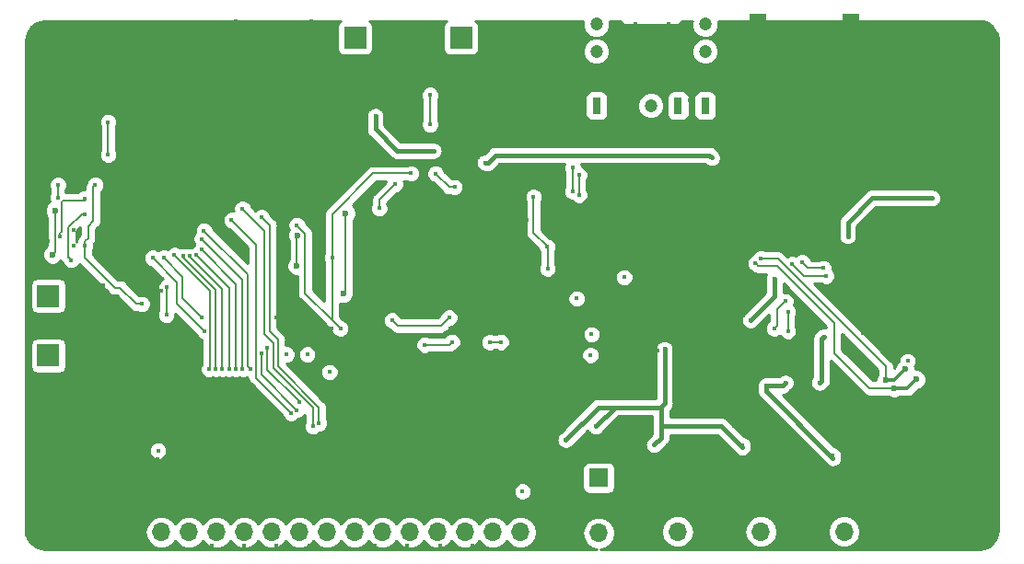
<source format=gbl>
G04 #@! TF.GenerationSoftware,KiCad,Pcbnew,(5.0.0)*
G04 #@! TF.CreationDate,2019-01-26T18:48:23+01:00*
G04 #@! TF.ProjectId,rf-receiver,72662D72656365697665722E6B696361,rev?*
G04 #@! TF.SameCoordinates,Original*
G04 #@! TF.FileFunction,Copper,L4,Bot,Signal*
G04 #@! TF.FilePolarity,Positive*
%FSLAX46Y46*%
G04 Gerber Fmt 4.6, Leading zero omitted, Abs format (unit mm)*
G04 Created by KiCad (PCBNEW (5.0.0)) date 01/26/19 18:48:23*
%MOMM*%
%LPD*%
G01*
G04 APERTURE LIST*
G04 #@! TA.AperFunction,ComponentPad*
%ADD10R,1.500000X0.800000*%
G04 #@! TD*
G04 #@! TA.AperFunction,ComponentPad*
%ADD11C,1.200000*%
G04 #@! TD*
G04 #@! TA.AperFunction,ComponentPad*
%ADD12R,0.800000X1.500000*%
G04 #@! TD*
G04 #@! TA.AperFunction,ComponentPad*
%ADD13C,1.450000*%
G04 #@! TD*
G04 #@! TA.AperFunction,ComponentPad*
%ADD14O,1.200000X1.900000*%
G04 #@! TD*
G04 #@! TA.AperFunction,ComponentPad*
%ADD15C,5.400000*%
G04 #@! TD*
G04 #@! TA.AperFunction,SMDPad,CuDef*
%ADD16R,1.500000X5.080000*%
G04 #@! TD*
G04 #@! TA.AperFunction,ComponentPad*
%ADD17R,2.000000X2.000000*%
G04 #@! TD*
G04 #@! TA.AperFunction,ComponentPad*
%ADD18R,1.700000X1.700000*%
G04 #@! TD*
G04 #@! TA.AperFunction,ComponentPad*
%ADD19O,1.700000X1.700000*%
G04 #@! TD*
G04 #@! TA.AperFunction,ViaPad*
%ADD20C,0.600000*%
G04 #@! TD*
G04 #@! TA.AperFunction,Conductor*
%ADD21R,0.900000X1.600000*%
G04 #@! TD*
G04 #@! TA.AperFunction,ViaPad*
%ADD22C,0.400000*%
G04 #@! TD*
G04 #@! TA.AperFunction,Conductor*
%ADD23C,0.200000*%
G04 #@! TD*
G04 #@! TA.AperFunction,Conductor*
%ADD24C,0.150000*%
G04 #@! TD*
G04 #@! TA.AperFunction,Conductor*
%ADD25C,0.400000*%
G04 #@! TD*
G04 #@! TA.AperFunction,Conductor*
%ADD26C,0.350000*%
G04 #@! TD*
G04 #@! TA.AperFunction,Conductor*
%ADD27C,0.254000*%
G04 #@! TD*
G04 APERTURE END LIST*
D10*
G04 #@! TO.P,J1,1*
G04 #@! TO.N,GND*
X125400000Y-66500000D03*
D11*
G04 #@! TO.P,J1,*
G04 #@! TO.N,*
X130400000Y-64000000D03*
X130400000Y-66500000D03*
X120400000Y-64000000D03*
X120400000Y-66500000D03*
X125400000Y-71500000D03*
D12*
G04 #@! TO.P,J1,5*
G04 #@! TO.N,Net-(J1-Pad5)*
X127900000Y-71500000D03*
G04 #@! TO.P,J1,4*
G04 #@! TO.N,GND*
X122900000Y-71500000D03*
G04 #@! TO.P,J1,3*
G04 #@! TO.N,/Tayoe Mixer sheet/I_OUT*
X130400000Y-71500000D03*
G04 #@! TO.P,J1,2*
G04 #@! TO.N,/Tayoe Mixer sheet/Q_OUT*
X120400000Y-71500000D03*
G04 #@! TD*
D13*
G04 #@! TO.P,J3,6*
G04 #@! TO.N,GND*
X93200000Y-67150000D03*
X88200000Y-67150000D03*
D14*
X94200000Y-64450000D03*
X87200000Y-64450000D03*
G04 #@! TD*
D15*
G04 #@! TO.P,MH2,1*
G04 #@! TO.N,GND*
X154000000Y-67000000D03*
G04 #@! TD*
G04 #@! TO.P,MH4,1*
G04 #@! TO.N,GND*
X71250000Y-109000000D03*
G04 #@! TD*
G04 #@! TO.P,MH3,1*
G04 #@! TO.N,GND*
X153750000Y-109000000D03*
G04 #@! TD*
G04 #@! TO.P,MH1,1*
G04 #@! TO.N,GND*
X71250000Y-67000000D03*
G04 #@! TD*
D16*
G04 #@! TO.P,J2,2*
G04 #@! TO.N,GND*
X143750000Y-65550000D03*
X135250000Y-65550000D03*
G04 #@! TD*
D17*
G04 #@! TO.P,PSU-1,1*
G04 #@! TO.N,Net-(FL1-Pad3)*
X107950000Y-65250000D03*
G04 #@! TD*
G04 #@! TO.P,PSU+1,1*
G04 #@! TO.N,Net-(FL1-Pad4)*
X98200000Y-65250000D03*
G04 #@! TD*
D18*
G04 #@! TO.P,U2,1*
G04 #@! TO.N,GND*
X77850000Y-110750000D03*
D19*
G04 #@! TO.P,U2,2*
G04 #@! TO.N,+5V*
X80390000Y-110750000D03*
G04 #@! TO.P,U2,3*
G04 #@! TO.N,Net-(R12-Pad1)*
X82930000Y-110750000D03*
G04 #@! TO.P,U2,4*
G04 #@! TO.N,Net-(U2-Pad4)*
X85470000Y-110750000D03*
G04 #@! TO.P,U2,5*
G04 #@! TO.N,Net-(U2-Pad5)*
X88010000Y-110750000D03*
G04 #@! TO.P,U2,6*
G04 #@! TO.N,Net-(U2-Pad6)*
X90550000Y-110750000D03*
G04 #@! TO.P,U2,7*
G04 #@! TO.N,Net-(U2-Pad7)*
X93090000Y-110750000D03*
G04 #@! TO.P,U2,8*
G04 #@! TO.N,Net-(U2-Pad8)*
X95630000Y-110750000D03*
G04 #@! TO.P,U2,9*
G04 #@! TO.N,Net-(U2-Pad9)*
X98170000Y-110750000D03*
G04 #@! TO.P,U2,10*
G04 #@! TO.N,Net-(U2-Pad10)*
X100710000Y-110750000D03*
G04 #@! TO.P,U2,11*
G04 #@! TO.N,Net-(U2-Pad11)*
X103250000Y-110750000D03*
G04 #@! TO.P,U2,12*
G04 #@! TO.N,Net-(U2-Pad12)*
X105790000Y-110750000D03*
G04 #@! TO.P,U2,13*
G04 #@! TO.N,Net-(U2-Pad13)*
X108330000Y-110750000D03*
G04 #@! TO.P,U2,14*
G04 #@! TO.N,Net-(U2-Pad14)*
X110870000Y-110750000D03*
G04 #@! TO.P,U2,15*
G04 #@! TO.N,Net-(R11-Pad1)*
X113410000Y-110750000D03*
G04 #@! TO.P,U2,16*
G04 #@! TO.N,GND*
X115950000Y-110750000D03*
G04 #@! TD*
D18*
G04 #@! TO.P,SW2,1*
G04 #@! TO.N,GND*
X145700000Y-110700000D03*
D19*
G04 #@! TO.P,SW2,2*
G04 #@! TO.N,Net-(R6-Pad2)*
X143160000Y-110700000D03*
G04 #@! TD*
G04 #@! TO.P,SW3,2*
G04 #@! TO.N,Net-(R10-Pad1)*
X135510000Y-110700000D03*
D18*
G04 #@! TO.P,SW3,1*
G04 #@! TO.N,GND*
X138050000Y-110700000D03*
G04 #@! TD*
G04 #@! TO.P,SW1,1*
G04 #@! TO.N,GND*
X130400000Y-110700000D03*
D19*
G04 #@! TO.P,SW1,2*
G04 #@! TO.N,Net-(R5-Pad2)*
X127860000Y-110700000D03*
G04 #@! TD*
D18*
G04 #@! TO.P,P1,1*
G04 #@! TO.N,/ROT_A*
X120600000Y-105750000D03*
D19*
G04 #@! TO.P,P1,2*
G04 #@! TO.N,GND*
X120600000Y-108290000D03*
G04 #@! TO.P,P1,3*
G04 #@! TO.N,/ROT_B*
X120600000Y-110830000D03*
G04 #@! TD*
D20*
G04 #@! TO.N,GND*
G04 #@! TO.C,U10*
X102100000Y-72350000D03*
X102100000Y-73350000D03*
D21*
X102100000Y-72850000D03*
G04 #@! TD*
D17*
G04 #@! TO.P,RX,1*
G04 #@! TO.N,/UART_RX*
X70000000Y-94500000D03*
G04 #@! TD*
G04 #@! TO.P,TX,1*
G04 #@! TO.N,/UART_TX*
X70000000Y-89000000D03*
G04 #@! TD*
D22*
G04 #@! TO.N,GND*
X102600000Y-70400000D03*
X103200000Y-68700000D03*
X101400000Y-69000000D03*
X144000000Y-68000000D03*
X144000000Y-67000000D03*
X144000000Y-66000000D03*
X144000000Y-65000000D03*
X144000000Y-64000000D03*
X135000000Y-68000000D03*
X135000000Y-67000000D03*
X135000000Y-66000000D03*
X135000000Y-65000000D03*
X135000000Y-64000000D03*
D20*
X95500000Y-76500000D03*
X143750000Y-74000000D03*
D22*
X85750000Y-74200000D03*
X104600000Y-85000000D03*
X106100000Y-86500000D03*
X104600000Y-86500000D03*
X104600000Y-83750000D03*
X106100000Y-83750000D03*
X106100000Y-85000000D03*
X103100000Y-85000000D03*
X103100000Y-86500000D03*
X103100000Y-83750000D03*
X83100000Y-98000000D03*
X92600000Y-103250000D03*
X101800000Y-76765000D03*
X104600000Y-95500000D03*
X107350000Y-97750000D03*
X117600000Y-89250000D03*
X121100000Y-85500000D03*
X139000000Y-84500000D03*
X139000000Y-81550000D03*
X139000000Y-83000000D03*
X152750000Y-85500000D03*
X141250000Y-98750000D03*
X141250000Y-100200000D03*
X152750000Y-94750000D03*
X151500000Y-99250000D03*
X156485000Y-91800000D03*
X156500000Y-93300000D03*
X156500000Y-94800000D03*
X156500000Y-96250000D03*
X156500000Y-100700000D03*
X156500000Y-99200000D03*
X156500000Y-97750000D03*
X156485000Y-102200000D03*
X135800000Y-72850000D03*
X136087500Y-74600000D03*
X125550000Y-80200000D03*
X143100000Y-106600000D03*
X134800000Y-105750000D03*
X126700000Y-105700000D03*
X117600000Y-101000000D03*
X120350000Y-102250000D03*
X120600000Y-88250000D03*
X119850000Y-93500000D03*
X115570000Y-95600000D03*
X115600000Y-94100000D03*
X134550000Y-95060000D03*
X150500000Y-85500000D03*
X146250000Y-81000000D03*
X152000000Y-78350000D03*
X150500000Y-78350000D03*
X150500000Y-81250000D03*
X150500000Y-82800000D03*
X152000000Y-82800000D03*
X152000000Y-81250000D03*
X77400000Y-99300000D03*
X76850000Y-96950000D03*
X79100000Y-104800000D03*
X79100000Y-103250000D03*
X72350000Y-75600000D03*
X108100000Y-97250000D03*
X108100000Y-98250000D03*
X106600000Y-98250000D03*
X106600000Y-97250000D03*
X103850000Y-96000000D03*
X105100000Y-95000000D03*
X105100000Y-96000000D03*
X103850000Y-95000000D03*
X97100000Y-97000000D03*
X95850000Y-97000000D03*
X92850000Y-94250000D03*
X80000000Y-94250000D03*
X81550000Y-94250000D03*
X72350000Y-84400000D03*
X72350000Y-78500000D03*
X82500000Y-69500000D03*
X109600000Y-97000000D03*
X102100000Y-96000000D03*
X100850000Y-97000000D03*
X99600000Y-97000000D03*
X98350000Y-97000000D03*
X103350000Y-76750000D03*
X105600000Y-76750000D03*
X106850000Y-76750000D03*
X115600000Y-78450000D03*
X115600000Y-79900000D03*
X115600000Y-81350000D03*
X115600000Y-82800000D03*
X115600000Y-92600000D03*
X115600000Y-91150000D03*
X115600000Y-89700000D03*
X115600000Y-88250000D03*
X95115000Y-85500000D03*
X91585000Y-83000000D03*
X72365000Y-82950000D03*
X103600000Y-79250000D03*
X78600000Y-77000000D03*
X80350000Y-88500000D03*
X145550000Y-98625000D03*
X108100000Y-79750000D03*
X104850000Y-91000000D03*
X103849988Y-91000000D03*
X102849976Y-91000000D03*
X111002084Y-83370009D03*
X110221439Y-87128561D03*
X110268944Y-85976065D03*
X157000000Y-65000000D03*
X157000000Y-69000000D03*
X157000000Y-72000000D03*
X157000000Y-75000000D03*
X157000000Y-78000000D03*
X157000000Y-81000000D03*
X157000000Y-84000000D03*
X157000000Y-87000000D03*
X157000000Y-90000000D03*
X157000000Y-103000000D03*
X157000000Y-106000000D03*
X157000000Y-109000000D03*
X156000000Y-112000000D03*
X152000000Y-112000000D03*
X148000000Y-112000000D03*
X141000000Y-112000000D03*
X133000000Y-112000000D03*
X126000000Y-112000000D03*
X122000000Y-112000000D03*
X118000000Y-112000000D03*
X115000000Y-112000000D03*
X112000000Y-112000000D03*
X109000000Y-112000000D03*
X106000000Y-112000000D03*
X103000000Y-112000000D03*
X100000000Y-112000000D03*
X97000000Y-112000000D03*
X94000000Y-112000000D03*
X91000000Y-112000000D03*
X88000000Y-112000000D03*
X85000000Y-112000000D03*
X82000000Y-112000000D03*
X79000000Y-112000000D03*
X76000000Y-112000000D03*
X73000000Y-112000000D03*
X70000000Y-112000000D03*
X68000000Y-111000000D03*
X68000000Y-108000000D03*
X68000000Y-105000000D03*
X68000000Y-102000000D03*
X68000000Y-99000000D03*
X68000000Y-96000000D03*
X68000000Y-93000000D03*
X68000000Y-90000000D03*
X68000000Y-87000000D03*
X68000000Y-84000000D03*
X68000000Y-81000000D03*
X68000000Y-78000000D03*
X68000000Y-75000000D03*
X68000000Y-72000000D03*
X68000000Y-69000000D03*
X68000000Y-66000000D03*
X69000000Y-64000000D03*
X73000000Y-64000000D03*
X76000000Y-64000000D03*
X79000000Y-64000000D03*
X82000000Y-64000000D03*
X85000000Y-64000000D03*
X86000000Y-65000000D03*
X86000000Y-67000000D03*
X87000000Y-69000000D03*
X89700000Y-68800000D03*
X93000000Y-69000000D03*
X95000000Y-68000000D03*
X95000000Y-66000000D03*
X96000000Y-64000000D03*
X101000000Y-64000000D03*
X105000000Y-64000000D03*
X110000000Y-64000000D03*
X113000000Y-64000000D03*
X116000000Y-64000000D03*
X119000000Y-64000000D03*
X119000000Y-67000000D03*
X122000000Y-64000000D03*
X124000000Y-64000000D03*
X127000000Y-64000000D03*
X132000000Y-64000000D03*
X134000000Y-64000000D03*
X137000000Y-64000000D03*
X142000000Y-64000000D03*
X146000000Y-64000000D03*
X149000000Y-64000000D03*
X152000000Y-64000000D03*
X155000000Y-64000000D03*
X150000000Y-66000000D03*
X151000000Y-69000000D03*
X156000000Y-70000000D03*
X154000000Y-71000000D03*
X152000000Y-70000000D03*
X150000000Y-68000000D03*
X148000000Y-67000000D03*
X146000000Y-67000000D03*
X146000000Y-69000000D03*
X148000000Y-69000000D03*
X150000000Y-71000000D03*
X154000000Y-74000000D03*
X154000000Y-77000000D03*
X152000000Y-77000000D03*
X149000000Y-77000000D03*
X146000000Y-77000000D03*
X143000000Y-77000000D03*
X146000000Y-75000000D03*
X146000000Y-72000000D03*
X143000000Y-72000000D03*
X143000000Y-69000000D03*
X141000000Y-69000000D03*
X141000000Y-72000000D03*
X141000000Y-75000000D03*
X141000000Y-78000000D03*
X143000000Y-79000000D03*
X146000000Y-79000000D03*
X154000000Y-80000000D03*
X154000000Y-83000000D03*
X154000000Y-86000000D03*
X152000000Y-88000000D03*
X155000000Y-88000000D03*
X154000000Y-90000000D03*
X152000000Y-92000000D03*
X151450000Y-94725000D03*
X153000000Y-94000000D03*
X149800000Y-91200000D03*
X149700000Y-93300000D03*
X147000000Y-94000000D03*
X147000000Y-91000000D03*
X147000000Y-88000000D03*
X145000000Y-89000000D03*
X143000000Y-89000000D03*
X144900000Y-92400000D03*
X143100000Y-92700000D03*
X145000000Y-91000000D03*
X136200000Y-93300000D03*
X138000000Y-95000000D03*
X135000000Y-96000000D03*
X133000000Y-95000000D03*
X132000000Y-93000000D03*
X130000000Y-92000000D03*
X129000000Y-90000000D03*
X127000000Y-88000000D03*
X125000000Y-86000000D03*
X123000000Y-85000000D03*
X124000000Y-88000000D03*
X124000000Y-91000000D03*
X126000000Y-91000000D03*
X125000000Y-89000000D03*
X126000000Y-94000000D03*
X124000000Y-94000000D03*
X121000000Y-94000000D03*
X121000000Y-91000000D03*
X118000000Y-91000000D03*
X117000000Y-88000000D03*
X120000000Y-86000000D03*
X117200000Y-85300000D03*
X120000000Y-84000000D03*
X120000000Y-81000000D03*
X122000000Y-83000000D03*
X117000000Y-79000000D03*
X117000000Y-82000000D03*
X114000000Y-82000000D03*
X111000000Y-82000000D03*
X113000000Y-80000000D03*
X110000000Y-80000000D03*
X111800000Y-84900000D03*
X113000000Y-86100000D03*
X112000000Y-89000000D03*
X108600000Y-88900000D03*
X110200000Y-90600000D03*
X112000000Y-92000000D03*
X108000000Y-91000000D03*
X107000000Y-92000000D03*
X109000000Y-92000000D03*
X101000000Y-92000000D03*
X99000000Y-94000000D03*
X97000000Y-91000000D03*
X99000000Y-91000000D03*
X98000000Y-93000000D03*
X98000000Y-95000000D03*
X96000000Y-95000000D03*
X96000000Y-92000000D03*
X94000000Y-91000000D03*
X91000000Y-91000000D03*
X92000000Y-93000000D03*
X94000000Y-93000000D03*
X102000000Y-98000000D03*
X100000000Y-98000000D03*
X98000000Y-98000000D03*
X91000000Y-107000000D03*
X94000000Y-107000000D03*
X97000000Y-107000000D03*
X100000000Y-107000000D03*
X103000000Y-107000000D03*
X106000000Y-107000000D03*
X109000000Y-107000000D03*
X111000000Y-109000000D03*
X112000000Y-107000000D03*
X114000000Y-106000000D03*
X115000000Y-108000000D03*
X117000000Y-109000000D03*
X118000000Y-110000000D03*
X116000000Y-106000000D03*
X116000000Y-103000000D03*
X114000000Y-102000000D03*
X111000000Y-102000000D03*
X108000000Y-102000000D03*
X105000000Y-102000000D03*
X102000000Y-102000000D03*
X99000000Y-102000000D03*
X96000000Y-102000000D03*
X93000000Y-101000000D03*
X91000000Y-100000000D03*
X91000000Y-102000000D03*
X94000000Y-103000000D03*
X91000000Y-104000000D03*
X93000000Y-105000000D03*
X96000000Y-105000000D03*
X99000000Y-105000000D03*
X102000000Y-105000000D03*
X105000000Y-105000000D03*
X108000000Y-105000000D03*
X111000000Y-105000000D03*
X114000000Y-104000000D03*
X86000000Y-107000000D03*
X88000000Y-109000000D03*
X84000000Y-108000000D03*
X85000000Y-109000000D03*
X82000000Y-104000000D03*
X82000000Y-106000000D03*
X83000000Y-109000000D03*
X81000000Y-108000000D03*
X80000000Y-104000000D03*
X78000000Y-104000000D03*
X78000000Y-103000000D03*
X78000000Y-105000000D03*
X80000000Y-109000000D03*
X77000000Y-109000000D03*
X76000000Y-110000000D03*
X74000000Y-111000000D03*
X75000000Y-109000000D03*
X74000000Y-107000000D03*
X73000000Y-106000000D03*
X70000000Y-106000000D03*
X71000000Y-104000000D03*
X74000000Y-104000000D03*
X76000000Y-104000000D03*
X71000000Y-101000000D03*
X71000000Y-98000000D03*
X73000000Y-99000000D03*
X73000000Y-102000000D03*
X77000000Y-101000000D03*
X78000000Y-101000000D03*
X79000000Y-101000000D03*
X79000000Y-100000000D03*
X79000000Y-99000000D03*
X76000000Y-97000000D03*
X76000000Y-98000000D03*
X79000000Y-98000000D03*
X82000000Y-98000000D03*
X82000000Y-100000000D03*
X82000000Y-102000000D03*
X84000000Y-97000000D03*
X81000000Y-96000000D03*
X79000000Y-96000000D03*
X74000000Y-96000000D03*
X74000000Y-93000000D03*
X74000000Y-91000000D03*
X76000000Y-89000000D03*
X75000000Y-88000000D03*
X73000000Y-87000000D03*
X72000000Y-90000000D03*
X71000000Y-92000000D03*
X70200000Y-86300000D03*
X70000000Y-84000000D03*
X71000000Y-77000000D03*
X76000000Y-77000000D03*
X77000000Y-79000000D03*
X78000000Y-86000000D03*
X78000000Y-83000000D03*
X79000000Y-80000000D03*
X80000000Y-81000000D03*
X82000000Y-77000000D03*
X85000000Y-77000000D03*
X86000000Y-79000000D03*
X88000000Y-80000000D03*
X91000000Y-81000000D03*
X94000000Y-81000000D03*
X96000000Y-80000000D03*
X98000000Y-78000000D03*
X92000000Y-79000000D03*
X89000000Y-78000000D03*
X88000000Y-76000000D03*
X91000000Y-74000000D03*
X94000000Y-75000000D03*
X94000000Y-77000000D03*
X94000000Y-79000000D03*
X96000000Y-79000000D03*
X97000000Y-77000000D03*
X97000000Y-75000000D03*
X95000000Y-74000000D03*
X99000000Y-73000000D03*
X100000000Y-75000000D03*
X101000000Y-76000000D03*
X97000000Y-72000000D03*
X99000000Y-70000000D03*
X97000000Y-70000000D03*
X85000000Y-70000000D03*
X86700000Y-71700000D03*
X84000000Y-72000000D03*
X81000000Y-74000000D03*
X78000000Y-75000000D03*
X82000000Y-71000000D03*
X76000000Y-71000000D03*
X73000000Y-73000000D03*
X71000000Y-71000000D03*
X74000000Y-69000000D03*
X75000000Y-66000000D03*
X91000000Y-72000000D03*
X123000000Y-81000000D03*
X126000000Y-84000000D03*
X129000000Y-87000000D03*
X132000000Y-88000000D03*
X133000000Y-86000000D03*
X130000000Y-85000000D03*
X127000000Y-82000000D03*
X128000000Y-80000000D03*
X129000000Y-79000000D03*
X127000000Y-77000000D03*
X129000000Y-77000000D03*
X131000000Y-75000000D03*
X133000000Y-73000000D03*
X133000000Y-70000000D03*
X132100000Y-71000000D03*
X129000000Y-71000000D03*
X129000000Y-75000000D03*
X126000000Y-75000000D03*
X124000000Y-75000000D03*
X124000000Y-73000000D03*
X124000000Y-71000000D03*
X127000000Y-73000000D03*
X129000000Y-73000000D03*
X127000000Y-69000000D03*
X132000000Y-67000000D03*
X128000000Y-67000000D03*
X123000000Y-67000000D03*
X116000000Y-67000000D03*
X113000000Y-67000000D03*
X110000000Y-67000000D03*
X110000000Y-69000000D03*
X110000000Y-72000000D03*
X107000000Y-67000000D03*
X105000000Y-66000000D03*
X102000000Y-66000000D03*
X100000000Y-67000000D03*
X98000000Y-69000000D03*
X128000000Y-102000000D03*
X131000000Y-102000000D03*
X133000000Y-105000000D03*
X134000000Y-108000000D03*
X131000000Y-108000000D03*
X129000000Y-106000000D03*
X130000000Y-104000000D03*
X136000000Y-105000000D03*
X138000000Y-108000000D03*
X141000000Y-108000000D03*
X143000000Y-108000000D03*
X141000000Y-105000000D03*
X139000000Y-103000000D03*
X137000000Y-101000000D03*
X133000000Y-101000000D03*
X139000000Y-106000000D03*
X137000000Y-103000000D03*
X136000000Y-107000000D03*
X151000000Y-111000000D03*
X150000000Y-109000000D03*
X151000000Y-107000000D03*
X152000000Y-106000000D03*
X154000000Y-105000000D03*
X156000000Y-106000000D03*
X145000000Y-107000000D03*
X149000000Y-106000000D03*
X145000000Y-104000000D03*
X148000000Y-102000000D03*
X151000000Y-101000000D03*
X154000000Y-101000000D03*
X152000000Y-103000000D03*
X148000000Y-104000000D03*
X127000000Y-107000000D03*
X126000000Y-109000000D03*
X123000000Y-109000000D03*
X124000000Y-112000000D03*
X123000000Y-106000000D03*
X123000000Y-103000000D03*
X125000000Y-101000000D03*
X122000000Y-101000000D03*
X118000000Y-104000000D03*
X118000000Y-107000000D03*
X113003561Y-90996439D03*
X119900000Y-69000000D03*
G04 #@! TO.N,+1V8*
X96850000Y-92000000D03*
X96085000Y-85500000D03*
X92850000Y-82500000D03*
X70850000Y-80000000D03*
X73335000Y-84400000D03*
X78600000Y-89750000D03*
X103350000Y-77735000D03*
X75500000Y-73000000D03*
X75500000Y-76000000D03*
X74321061Y-78778939D03*
X70885975Y-78799990D03*
G04 #@! TO.N,/JTAGConn58895F8D/SWDIO*
X73350000Y-81500000D03*
X72100000Y-85700000D03*
G04 #@! TO.N,/JTAGConn58895F8D/SWCLK*
X73350000Y-80050000D03*
X71099990Y-83500000D03*
G04 #@! TO.N,VAA*
X115887500Y-84500000D03*
X104600000Y-93500000D03*
X107100000Y-93250000D03*
X111600000Y-93250000D03*
X107350000Y-79000000D03*
X105600000Y-77750000D03*
X114615000Y-79900000D03*
X115900000Y-86500000D03*
X110571434Y-93278556D03*
G04 #@! TO.N,/AD9954sheet/IOUT+*
X118200000Y-79400000D03*
X118200000Y-77200000D03*
G04 #@! TO.N,/AD9954sheet/IOUT-*
X118800000Y-79700000D03*
X118800000Y-77900000D03*
G04 #@! TO.N,+5V*
X113600000Y-107000000D03*
X80085000Y-103250000D03*
X91900000Y-94400000D03*
X93800000Y-94400000D03*
X95850000Y-96015000D03*
X119850000Y-94450000D03*
X119950000Y-92550000D03*
X118585000Y-89250000D03*
X105100000Y-70515000D03*
X105100000Y-73250000D03*
X149000000Y-95000000D03*
G04 #@! TO.N,/ROT_A*
X89600000Y-81750000D03*
X94850000Y-100750000D03*
G04 #@! TO.N,/Tayoe Mixer sheet/270_deg*
X141500000Y-87150000D03*
X138400000Y-86100000D03*
G04 #@! TO.N,/ROT_B*
X87850000Y-81000000D03*
X94313333Y-101018333D03*
G04 #@! TO.N,/Tayoe Mixer sheet/180_deg*
X141250000Y-86450000D03*
X139300000Y-85900000D03*
D20*
G04 #@! TO.N,/UART_TX*
X70599979Y-81153445D03*
X70386051Y-85200294D03*
D22*
G04 #@! TO.N,/DDS_RESET*
X101850000Y-78750000D03*
X100414999Y-80944999D03*
G04 #@! TO.N,/VDDANA*
X80850000Y-90750000D03*
X80886667Y-88231667D03*
G04 #@! TO.N,+12V*
X100065832Y-72465832D03*
X105400000Y-75650000D03*
X110150000Y-76750000D03*
X131000000Y-76295000D03*
D20*
G04 #@! TO.N,/Tayoe Mixer sheet/0_deg*
X147000000Y-96750000D03*
X148750000Y-95750000D03*
D22*
X135500000Y-85575982D03*
D20*
G04 #@! TO.N,/Tayoe Mixer sheet/90_deg*
X147750000Y-97500000D03*
X149792722Y-96700010D03*
D22*
X135023867Y-85999990D03*
G04 #@! TO.N,Net-(IC3-Pad2)*
X138000000Y-92250000D03*
X138000000Y-90500000D03*
G04 #@! TO.N,Net-(IC3-Pad12)*
X136750000Y-92000000D03*
X137750000Y-89500000D03*
G04 #@! TO.N,/CLKMODESEL*
X106850000Y-91000000D03*
X101600000Y-91250000D03*
D20*
G04 #@! TO.N,/IOSYNC*
X92850000Y-86250000D03*
X92905714Y-83424991D03*
G04 #@! TO.N,/PWRDWNCTL*
X97350000Y-81394978D03*
X97100000Y-88800042D03*
D22*
G04 #@! TO.N,/BTN1*
X92313333Y-99768333D03*
X86850000Y-82025011D03*
G04 #@! TO.N,/LCD_D7*
X88600000Y-95750000D03*
X84304999Y-83000000D03*
G04 #@! TO.N,/LCD_D6*
X84100000Y-83750000D03*
X87850000Y-95750000D03*
G04 #@! TO.N,/LCD_D5*
X84100000Y-84750000D03*
X87249987Y-95750000D03*
G04 #@! TO.N,/LCD_D4*
X83600000Y-85250000D03*
X86600000Y-95750000D03*
G04 #@! TO.N,/LCD_EN*
X85999987Y-95750000D03*
X83008791Y-85353600D03*
G04 #@! TO.N,/LCD_RW*
X85399974Y-95750000D03*
X82408783Y-85351661D03*
G04 #@! TO.N,/LCD_RS*
X81600000Y-85250000D03*
X84799961Y-95750000D03*
G04 #@! TO.N,/BTN2*
X80600000Y-85500000D03*
X84100000Y-91000000D03*
X90100000Y-93750000D03*
X93088589Y-98761411D03*
G04 #@! TO.N,/BTN3*
X92850000Y-99500000D03*
X89600000Y-94250000D03*
X84350000Y-92250000D03*
X79600000Y-85500000D03*
G04 #@! TO.N,+3V3*
X125715000Y-102700000D03*
X120335000Y-101000000D03*
X117585000Y-102250000D03*
X133830000Y-102750000D03*
X142130000Y-103700000D03*
X136750000Y-87440000D03*
X122950000Y-87300000D03*
X143500000Y-83500000D03*
X151250000Y-80000000D03*
X136000000Y-97250000D03*
X137750000Y-97000000D03*
X140905000Y-97000000D03*
X126650000Y-93900000D03*
X134549986Y-91250000D03*
X141299978Y-92750000D03*
G04 #@! TD*
D23*
G04 #@! TO.N,+1V8*
X96850000Y-92000000D02*
X96085000Y-91235000D01*
X96085000Y-91235000D02*
X96085000Y-85500000D01*
X93600000Y-83250000D02*
X92850000Y-82500000D01*
X96085000Y-91235000D02*
X93600000Y-88750000D01*
X93600000Y-88750000D02*
X93600000Y-83250000D01*
X96085000Y-85500000D02*
X96085000Y-81515000D01*
X96085000Y-81515000D02*
X99865000Y-77735000D01*
X99865000Y-77735000D02*
X103350000Y-77735000D01*
X75500000Y-73000000D02*
X75500000Y-76000000D01*
X73669168Y-82569168D02*
X74100000Y-82138336D01*
X73669168Y-83665832D02*
X73669168Y-82569168D01*
X74100000Y-79000000D02*
X74321061Y-78778939D01*
X73365000Y-85515000D02*
X73335000Y-85515000D01*
X76100000Y-88250000D02*
X73365000Y-85515000D01*
X73335000Y-84000000D02*
X73669168Y-83665832D01*
X78100000Y-89750000D02*
X76600000Y-88250000D01*
X73335000Y-85515000D02*
X73335000Y-84000000D01*
X76600000Y-88250000D02*
X76100000Y-88250000D01*
X78600000Y-89750000D02*
X78100000Y-89750000D01*
X74100000Y-82138336D02*
X74100000Y-79000000D01*
X70850000Y-78835965D02*
X70885975Y-78799990D01*
X70850000Y-80000000D02*
X70850000Y-78835965D01*
G04 #@! TO.N,/JTAGConn58895F8D/SWDIO*
X71900001Y-85500001D02*
X72100000Y-85700000D01*
X71850000Y-85450000D02*
X71900001Y-85500001D01*
X73067158Y-81500000D02*
X71850000Y-82717158D01*
X73350000Y-81500000D02*
X73067158Y-81500000D01*
X71850000Y-82717158D02*
X71850000Y-85450000D01*
G04 #@! TO.N,/JTAGConn58895F8D/SWCLK*
X71099990Y-83217158D02*
X71099990Y-83500000D01*
X71340002Y-80250000D02*
X71199989Y-80390013D01*
X71199989Y-83117159D02*
X71099990Y-83217158D01*
X73350000Y-80250000D02*
X71340002Y-80250000D01*
X71199989Y-80390013D02*
X71199989Y-83117159D01*
G04 #@! TO.N,VAA*
X104600000Y-93500000D02*
X106850000Y-93500000D01*
X106850000Y-93500000D02*
X107100000Y-93250000D01*
X106850000Y-79000000D02*
X105600000Y-77750000D01*
X107350000Y-79000000D02*
X106850000Y-79000000D01*
X115900000Y-84500000D02*
X115900000Y-86500000D01*
X114615000Y-79900000D02*
X114615000Y-83215000D01*
X114615000Y-83215000D02*
X115900000Y-84500000D01*
X115900000Y-86500000D02*
X115900000Y-86500000D01*
X111600000Y-93250000D02*
X110599990Y-93250000D01*
X110599990Y-93250000D02*
X110571434Y-93278556D01*
D24*
G04 #@! TO.N,/AD9954sheet/IOUT+*
X118200000Y-79400000D02*
X118200000Y-77200000D01*
G04 #@! TO.N,/AD9954sheet/IOUT-*
X118800000Y-79700000D02*
X118800000Y-77900000D01*
D23*
G04 #@! TO.N,+5V*
X105100000Y-70515000D02*
X105100000Y-73000000D01*
X105100000Y-73000000D02*
X105100000Y-73250000D01*
G04 #@! TO.N,/ROT_A*
X89600000Y-81750000D02*
X90350000Y-82500000D01*
X90350000Y-82500000D02*
X90350000Y-92250000D01*
X90350000Y-92250000D02*
X91100000Y-93000000D01*
X91100000Y-93000000D02*
X91100000Y-95500000D01*
X94850000Y-99250000D02*
X94850000Y-100750000D01*
X91100000Y-95500000D02*
X94850000Y-99250000D01*
G04 #@! TO.N,/Tayoe Mixer sheet/270_deg*
X141500000Y-87150000D02*
X139450000Y-87150000D01*
X139450000Y-87150000D02*
X138400000Y-86100000D01*
G04 #@! TO.N,/ROT_B*
X94313333Y-99279033D02*
X94313333Y-100735491D01*
X89850000Y-83000000D02*
X89850000Y-92500000D01*
X87850000Y-81000000D02*
X89850000Y-83000000D01*
X89850000Y-92500000D02*
X90699989Y-93349989D01*
X94313333Y-100735491D02*
X94313333Y-101018333D01*
X90699989Y-95665689D02*
X94313333Y-99279033D01*
X90699989Y-93349989D02*
X90699989Y-95665689D01*
G04 #@! TO.N,/Tayoe Mixer sheet/180_deg*
X141250000Y-86450000D02*
X139850000Y-86450000D01*
X139850000Y-86450000D02*
X139300000Y-85900000D01*
G04 #@! TO.N,/UART_TX*
X70599979Y-84986366D02*
X70386051Y-85200294D01*
X70599979Y-81153445D02*
X70599979Y-84986366D01*
G04 #@! TO.N,/DDS_RESET*
X101850000Y-78750000D02*
X100414999Y-80185001D01*
X100414999Y-80185001D02*
X100414999Y-80944999D01*
G04 #@! TO.N,/VDDANA*
X80850000Y-90750000D02*
X80850000Y-88268334D01*
X80850000Y-88268334D02*
X80886667Y-88231667D01*
D25*
G04 #@! TO.N,+12V*
X110432842Y-76750000D02*
X111132842Y-76050000D01*
X110150000Y-76750000D02*
X110432842Y-76750000D01*
X111132842Y-76050000D02*
X130755000Y-76050000D01*
X130755000Y-76050000D02*
X131000000Y-76295000D01*
X100065832Y-73665832D02*
X100065832Y-72465832D01*
X105400000Y-75650000D02*
X102050000Y-75650000D01*
X102050000Y-75650000D02*
X100065832Y-73665832D01*
D26*
G04 #@! TO.N,/Tayoe Mixer sheet/0_deg*
X147750000Y-96750000D02*
X148750000Y-95750000D01*
X147000000Y-96750000D02*
X147750000Y-96750000D01*
D23*
X137075982Y-85575982D02*
X135782842Y-85575982D01*
X147000000Y-95500000D02*
X137075982Y-85575982D01*
X135782842Y-85575982D02*
X135500000Y-85575982D01*
X147000000Y-96750000D02*
X147000000Y-95500000D01*
D26*
G04 #@! TO.N,/Tayoe Mixer sheet/90_deg*
X148992732Y-97500000D02*
X149492723Y-97000009D01*
X147750000Y-97500000D02*
X148992732Y-97500000D01*
X149492723Y-97000009D02*
X149792722Y-96700010D01*
D23*
X145500000Y-97500000D02*
X142250000Y-94250000D01*
X142250000Y-94250000D02*
X142250000Y-91500000D01*
X142250000Y-91500000D02*
X137004046Y-86254046D01*
X147750000Y-97500000D02*
X145500000Y-97500000D01*
X137004046Y-86254046D02*
X135277923Y-86254046D01*
X135223866Y-86199989D02*
X135023867Y-85999990D01*
X135277923Y-86254046D02*
X135223866Y-86199989D01*
G04 #@! TO.N,Net-(IC3-Pad2)*
X138000000Y-92250000D02*
X138000000Y-90500000D01*
G04 #@! TO.N,Net-(IC3-Pad12)*
X136750000Y-92000000D02*
X137000000Y-91750000D01*
X137000000Y-91750000D02*
X137000000Y-90250000D01*
X137000000Y-90250000D02*
X137750000Y-89500000D01*
G04 #@! TO.N,/CLKMODESEL*
X102100000Y-91750000D02*
X101600000Y-91250000D01*
X106850000Y-91000000D02*
X106100000Y-91750000D01*
X106100000Y-91750000D02*
X102100000Y-91750000D01*
G04 #@! TO.N,/IOSYNC*
X92850000Y-83480705D02*
X92905714Y-83424991D01*
X92850000Y-86250000D02*
X92850000Y-83480705D01*
G04 #@! TO.N,/PWRDWNCTL*
X97350000Y-81394978D02*
X97350000Y-88550042D01*
X97350000Y-88550042D02*
X97100000Y-88800042D01*
G04 #@! TO.N,/BTN1*
X89100000Y-84275011D02*
X87049999Y-82225010D01*
X87049999Y-82225010D02*
X86850000Y-82025011D01*
X92313333Y-99768333D02*
X89100000Y-96555000D01*
X89100000Y-96555000D02*
X89100000Y-84275011D01*
G04 #@! TO.N,/LCD_D7*
X88600000Y-95750000D02*
X88350000Y-95500000D01*
X88350000Y-95500000D02*
X88350000Y-87045001D01*
X88350000Y-87045001D02*
X84304999Y-83000000D01*
G04 #@! TO.N,/LCD_D6*
X87850000Y-87500000D02*
X87850000Y-95750000D01*
X84100000Y-83750000D02*
X87850000Y-87500000D01*
G04 #@! TO.N,/LCD_D5*
X84100000Y-84750000D02*
X87249987Y-87899987D01*
X87249987Y-87899987D02*
X87249987Y-95467158D01*
X87249987Y-95467158D02*
X87249987Y-95750000D01*
G04 #@! TO.N,/LCD_D4*
X83600000Y-85250000D02*
X86600000Y-88250000D01*
X86600000Y-88250000D02*
X86600000Y-95750000D01*
G04 #@! TO.N,/LCD_EN*
X83008791Y-85365913D02*
X83008791Y-85353600D01*
X85999987Y-88357109D02*
X83008791Y-85365913D01*
X85999987Y-95750000D02*
X85999987Y-88357109D01*
G04 #@! TO.N,/LCD_RW*
X82408783Y-85473027D02*
X82408783Y-85351661D01*
X85399974Y-95750000D02*
X85399974Y-88464218D01*
X85399974Y-88464218D02*
X82408783Y-85473027D01*
G04 #@! TO.N,/LCD_RS*
X84850000Y-95699961D02*
X84799961Y-95750000D01*
X81600000Y-85250000D02*
X84850000Y-88500000D01*
X84850000Y-88500000D02*
X84850000Y-95699961D01*
G04 #@! TO.N,/BTN2*
X80600000Y-85500000D02*
X82350000Y-87250000D01*
X82350000Y-87250000D02*
X82350000Y-89250000D01*
X82350000Y-89250000D02*
X84100000Y-91000000D01*
X90100000Y-95772822D02*
X92888590Y-98561412D01*
X92888590Y-98561412D02*
X93088589Y-98761411D01*
X90100000Y-93750000D02*
X90100000Y-95772822D01*
G04 #@! TO.N,/BTN3*
X92850000Y-99500000D02*
X89600000Y-96250000D01*
X89600000Y-96250000D02*
X89600000Y-94250000D01*
X84350000Y-92250000D02*
X81850000Y-89750000D01*
X81850000Y-89750000D02*
X81850000Y-87750000D01*
X81850000Y-87750000D02*
X79600000Y-85500000D01*
D25*
G04 #@! TO.N,+3V3*
X122085000Y-99250000D02*
X120335000Y-101000000D01*
X122085000Y-99250000D02*
X120585000Y-99250000D01*
X120585000Y-99250000D02*
X117585000Y-102250000D01*
X136750000Y-87440000D02*
X136750000Y-89050000D01*
X136750000Y-89050000D02*
X134550000Y-91250000D01*
X145750000Y-80000000D02*
X151250000Y-80000000D01*
X143500000Y-83500000D02*
X143500000Y-82250000D01*
X143500000Y-82250000D02*
X145750000Y-80000000D01*
X137500000Y-97250000D02*
X137750000Y-97000000D01*
X136000000Y-97250000D02*
X137500000Y-97250000D01*
X126650000Y-94182842D02*
X126650000Y-93900000D01*
X126650000Y-98900000D02*
X126650000Y-94182842D01*
X126300000Y-99250000D02*
X126650000Y-98900000D01*
X136000000Y-97770000D02*
X142130000Y-103900000D01*
X136000000Y-97250000D02*
X136000000Y-97770000D01*
X131880000Y-101000000D02*
X133830000Y-102950000D01*
X130150000Y-101000000D02*
X131880000Y-101000000D01*
X126350000Y-101000000D02*
X130120000Y-101000000D01*
X122085000Y-99250000D02*
X126350000Y-99250000D01*
X126350000Y-99250000D02*
X126350000Y-101000000D01*
X141099979Y-92949999D02*
X141299978Y-92750000D01*
X141100000Y-92950020D02*
X141099979Y-92949999D01*
X140905000Y-97000000D02*
X141100000Y-96805000D01*
X141100000Y-96805000D02*
X141100000Y-92950020D01*
X126350000Y-102050000D02*
X125700000Y-102700000D01*
X126350000Y-100950000D02*
X126350000Y-102050000D01*
G04 #@! TD*
D27*
G04 #@! TO.N,GND*
G36*
X96742191Y-63792191D02*
X96601843Y-64002235D01*
X96552560Y-64250000D01*
X96552560Y-66250000D01*
X96601843Y-66497765D01*
X96742191Y-66707809D01*
X96952235Y-66848157D01*
X97200000Y-66897440D01*
X99200000Y-66897440D01*
X99447765Y-66848157D01*
X99657809Y-66707809D01*
X99798157Y-66497765D01*
X99847440Y-66250000D01*
X99847440Y-64250000D01*
X99798157Y-64002235D01*
X99657809Y-63792191D01*
X99497388Y-63685000D01*
X106652612Y-63685000D01*
X106492191Y-63792191D01*
X106351843Y-64002235D01*
X106302560Y-64250000D01*
X106302560Y-66250000D01*
X106351843Y-66497765D01*
X106492191Y-66707809D01*
X106702235Y-66848157D01*
X106950000Y-66897440D01*
X108950000Y-66897440D01*
X109197765Y-66848157D01*
X109407809Y-66707809D01*
X109548157Y-66497765D01*
X109596576Y-66254343D01*
X119165000Y-66254343D01*
X119165000Y-66745657D01*
X119353018Y-67199571D01*
X119700429Y-67546982D01*
X120154343Y-67735000D01*
X120645657Y-67735000D01*
X121099571Y-67546982D01*
X121446982Y-67199571D01*
X121635000Y-66745657D01*
X121635000Y-66254343D01*
X129165000Y-66254343D01*
X129165000Y-66745657D01*
X129353018Y-67199571D01*
X129700429Y-67546982D01*
X130154343Y-67735000D01*
X130645657Y-67735000D01*
X131099571Y-67546982D01*
X131446982Y-67199571D01*
X131635000Y-66745657D01*
X131635000Y-66254343D01*
X131446982Y-65800429D01*
X131099571Y-65453018D01*
X130645657Y-65265000D01*
X130154343Y-65265000D01*
X129700429Y-65453018D01*
X129353018Y-65800429D01*
X129165000Y-66254343D01*
X121635000Y-66254343D01*
X121446982Y-65800429D01*
X121099571Y-65453018D01*
X120645657Y-65265000D01*
X120154343Y-65265000D01*
X119700429Y-65453018D01*
X119353018Y-65800429D01*
X119165000Y-66254343D01*
X109596576Y-66254343D01*
X109597440Y-66250000D01*
X109597440Y-64250000D01*
X109548157Y-64002235D01*
X109407809Y-63792191D01*
X109247388Y-63685000D01*
X119193723Y-63685000D01*
X119165000Y-63754343D01*
X119165000Y-64245657D01*
X119353018Y-64699571D01*
X119700429Y-65046982D01*
X120154343Y-65235000D01*
X120645657Y-65235000D01*
X121099571Y-65046982D01*
X121446982Y-64699571D01*
X121635000Y-64245657D01*
X121635000Y-63754343D01*
X121606277Y-63685000D01*
X122566590Y-63685000D01*
X122706143Y-63893857D01*
X122932727Y-64045255D01*
X123071346Y-64072828D01*
X123200000Y-64098419D01*
X123267461Y-64085000D01*
X127532538Y-64085000D01*
X127600000Y-64098419D01*
X127667461Y-64085000D01*
X127667462Y-64085000D01*
X127867273Y-64045255D01*
X128093857Y-63893857D01*
X128233410Y-63685000D01*
X129193723Y-63685000D01*
X129165000Y-63754343D01*
X129165000Y-64245657D01*
X129353018Y-64699571D01*
X129700429Y-65046982D01*
X130154343Y-65235000D01*
X130645657Y-65235000D01*
X131099571Y-65046982D01*
X131446982Y-64699571D01*
X131635000Y-64245657D01*
X131635000Y-63754343D01*
X131606277Y-63685000D01*
X155456900Y-63685000D01*
X155950020Y-63747296D01*
X156371759Y-63914274D01*
X156738727Y-64180891D01*
X157027858Y-64530391D01*
X157220989Y-64940816D01*
X157312098Y-65418427D01*
X157315001Y-65510791D01*
X157315000Y-110456900D01*
X157252705Y-110950019D01*
X157085726Y-111371761D01*
X156819109Y-111738727D01*
X156469610Y-112027857D01*
X156059184Y-112220989D01*
X155581573Y-112312098D01*
X155489240Y-112315000D01*
X120746256Y-112315000D01*
X121179418Y-112228839D01*
X121670625Y-111900625D01*
X121998839Y-111409418D01*
X122114092Y-110830000D01*
X122088234Y-110700000D01*
X126345908Y-110700000D01*
X126461161Y-111279418D01*
X126789375Y-111770625D01*
X127280582Y-112098839D01*
X127713744Y-112185000D01*
X128006256Y-112185000D01*
X128439418Y-112098839D01*
X128930625Y-111770625D01*
X129258839Y-111279418D01*
X129374092Y-110700000D01*
X133995908Y-110700000D01*
X134111161Y-111279418D01*
X134439375Y-111770625D01*
X134930582Y-112098839D01*
X135363744Y-112185000D01*
X135656256Y-112185000D01*
X136089418Y-112098839D01*
X136580625Y-111770625D01*
X136908839Y-111279418D01*
X137024092Y-110700000D01*
X141645908Y-110700000D01*
X141761161Y-111279418D01*
X142089375Y-111770625D01*
X142580582Y-112098839D01*
X143013744Y-112185000D01*
X143306256Y-112185000D01*
X143739418Y-112098839D01*
X144230625Y-111770625D01*
X144558839Y-111279418D01*
X144674092Y-110700000D01*
X144558839Y-110120582D01*
X144230625Y-109629375D01*
X143739418Y-109301161D01*
X143306256Y-109215000D01*
X143013744Y-109215000D01*
X142580582Y-109301161D01*
X142089375Y-109629375D01*
X141761161Y-110120582D01*
X141645908Y-110700000D01*
X137024092Y-110700000D01*
X136908839Y-110120582D01*
X136580625Y-109629375D01*
X136089418Y-109301161D01*
X135656256Y-109215000D01*
X135363744Y-109215000D01*
X134930582Y-109301161D01*
X134439375Y-109629375D01*
X134111161Y-110120582D01*
X133995908Y-110700000D01*
X129374092Y-110700000D01*
X129258839Y-110120582D01*
X128930625Y-109629375D01*
X128439418Y-109301161D01*
X128006256Y-109215000D01*
X127713744Y-109215000D01*
X127280582Y-109301161D01*
X126789375Y-109629375D01*
X126461161Y-110120582D01*
X126345908Y-110700000D01*
X122088234Y-110700000D01*
X121998839Y-110250582D01*
X121670625Y-109759375D01*
X121179418Y-109431161D01*
X120746256Y-109345000D01*
X120453744Y-109345000D01*
X120020582Y-109431161D01*
X119529375Y-109759375D01*
X119201161Y-110250582D01*
X119085908Y-110830000D01*
X119201161Y-111409418D01*
X119529375Y-111900625D01*
X120020582Y-112228839D01*
X120453744Y-112315000D01*
X69793100Y-112315000D01*
X69299981Y-112252705D01*
X68878239Y-112085726D01*
X68511273Y-111819109D01*
X68222143Y-111469610D01*
X68029011Y-111059184D01*
X67970032Y-110750000D01*
X78875908Y-110750000D01*
X78991161Y-111329418D01*
X79319375Y-111820625D01*
X79810582Y-112148839D01*
X80243744Y-112235000D01*
X80536256Y-112235000D01*
X80969418Y-112148839D01*
X81460625Y-111820625D01*
X81660000Y-111522239D01*
X81859375Y-111820625D01*
X82350582Y-112148839D01*
X82783744Y-112235000D01*
X83076256Y-112235000D01*
X83509418Y-112148839D01*
X84000625Y-111820625D01*
X84200000Y-111522239D01*
X84399375Y-111820625D01*
X84890582Y-112148839D01*
X85323744Y-112235000D01*
X85616256Y-112235000D01*
X86049418Y-112148839D01*
X86540625Y-111820625D01*
X86740000Y-111522239D01*
X86939375Y-111820625D01*
X87430582Y-112148839D01*
X87863744Y-112235000D01*
X88156256Y-112235000D01*
X88589418Y-112148839D01*
X89080625Y-111820625D01*
X89280000Y-111522239D01*
X89479375Y-111820625D01*
X89970582Y-112148839D01*
X90403744Y-112235000D01*
X90696256Y-112235000D01*
X91129418Y-112148839D01*
X91620625Y-111820625D01*
X91820000Y-111522239D01*
X92019375Y-111820625D01*
X92510582Y-112148839D01*
X92943744Y-112235000D01*
X93236256Y-112235000D01*
X93669418Y-112148839D01*
X94160625Y-111820625D01*
X94360000Y-111522239D01*
X94559375Y-111820625D01*
X95050582Y-112148839D01*
X95483744Y-112235000D01*
X95776256Y-112235000D01*
X96209418Y-112148839D01*
X96700625Y-111820625D01*
X96900000Y-111522239D01*
X97099375Y-111820625D01*
X97590582Y-112148839D01*
X98023744Y-112235000D01*
X98316256Y-112235000D01*
X98749418Y-112148839D01*
X99240625Y-111820625D01*
X99440000Y-111522239D01*
X99639375Y-111820625D01*
X100130582Y-112148839D01*
X100563744Y-112235000D01*
X100856256Y-112235000D01*
X101289418Y-112148839D01*
X101780625Y-111820625D01*
X101980000Y-111522239D01*
X102179375Y-111820625D01*
X102670582Y-112148839D01*
X103103744Y-112235000D01*
X103396256Y-112235000D01*
X103829418Y-112148839D01*
X104320625Y-111820625D01*
X104520000Y-111522239D01*
X104719375Y-111820625D01*
X105210582Y-112148839D01*
X105643744Y-112235000D01*
X105936256Y-112235000D01*
X106369418Y-112148839D01*
X106860625Y-111820625D01*
X107060000Y-111522239D01*
X107259375Y-111820625D01*
X107750582Y-112148839D01*
X108183744Y-112235000D01*
X108476256Y-112235000D01*
X108909418Y-112148839D01*
X109400625Y-111820625D01*
X109600000Y-111522239D01*
X109799375Y-111820625D01*
X110290582Y-112148839D01*
X110723744Y-112235000D01*
X111016256Y-112235000D01*
X111449418Y-112148839D01*
X111940625Y-111820625D01*
X112140000Y-111522239D01*
X112339375Y-111820625D01*
X112830582Y-112148839D01*
X113263744Y-112235000D01*
X113556256Y-112235000D01*
X113989418Y-112148839D01*
X114480625Y-111820625D01*
X114808839Y-111329418D01*
X114924092Y-110750000D01*
X114808839Y-110170582D01*
X114480625Y-109679375D01*
X113989418Y-109351161D01*
X113556256Y-109265000D01*
X113263744Y-109265000D01*
X112830582Y-109351161D01*
X112339375Y-109679375D01*
X112140000Y-109977761D01*
X111940625Y-109679375D01*
X111449418Y-109351161D01*
X111016256Y-109265000D01*
X110723744Y-109265000D01*
X110290582Y-109351161D01*
X109799375Y-109679375D01*
X109600000Y-109977761D01*
X109400625Y-109679375D01*
X108909418Y-109351161D01*
X108476256Y-109265000D01*
X108183744Y-109265000D01*
X107750582Y-109351161D01*
X107259375Y-109679375D01*
X107060000Y-109977761D01*
X106860625Y-109679375D01*
X106369418Y-109351161D01*
X105936256Y-109265000D01*
X105643744Y-109265000D01*
X105210582Y-109351161D01*
X104719375Y-109679375D01*
X104520000Y-109977761D01*
X104320625Y-109679375D01*
X103829418Y-109351161D01*
X103396256Y-109265000D01*
X103103744Y-109265000D01*
X102670582Y-109351161D01*
X102179375Y-109679375D01*
X101980000Y-109977761D01*
X101780625Y-109679375D01*
X101289418Y-109351161D01*
X100856256Y-109265000D01*
X100563744Y-109265000D01*
X100130582Y-109351161D01*
X99639375Y-109679375D01*
X99440000Y-109977761D01*
X99240625Y-109679375D01*
X98749418Y-109351161D01*
X98316256Y-109265000D01*
X98023744Y-109265000D01*
X97590582Y-109351161D01*
X97099375Y-109679375D01*
X96900000Y-109977761D01*
X96700625Y-109679375D01*
X96209418Y-109351161D01*
X95776256Y-109265000D01*
X95483744Y-109265000D01*
X95050582Y-109351161D01*
X94559375Y-109679375D01*
X94360000Y-109977761D01*
X94160625Y-109679375D01*
X93669418Y-109351161D01*
X93236256Y-109265000D01*
X92943744Y-109265000D01*
X92510582Y-109351161D01*
X92019375Y-109679375D01*
X91820000Y-109977761D01*
X91620625Y-109679375D01*
X91129418Y-109351161D01*
X90696256Y-109265000D01*
X90403744Y-109265000D01*
X89970582Y-109351161D01*
X89479375Y-109679375D01*
X89280000Y-109977761D01*
X89080625Y-109679375D01*
X88589418Y-109351161D01*
X88156256Y-109265000D01*
X87863744Y-109265000D01*
X87430582Y-109351161D01*
X86939375Y-109679375D01*
X86740000Y-109977761D01*
X86540625Y-109679375D01*
X86049418Y-109351161D01*
X85616256Y-109265000D01*
X85323744Y-109265000D01*
X84890582Y-109351161D01*
X84399375Y-109679375D01*
X84200000Y-109977761D01*
X84000625Y-109679375D01*
X83509418Y-109351161D01*
X83076256Y-109265000D01*
X82783744Y-109265000D01*
X82350582Y-109351161D01*
X81859375Y-109679375D01*
X81660000Y-109977761D01*
X81460625Y-109679375D01*
X80969418Y-109351161D01*
X80536256Y-109265000D01*
X80243744Y-109265000D01*
X79810582Y-109351161D01*
X79319375Y-109679375D01*
X78991161Y-110170582D01*
X78875908Y-110750000D01*
X67970032Y-110750000D01*
X67937902Y-110581573D01*
X67935000Y-110489240D01*
X67935000Y-106833908D01*
X112765000Y-106833908D01*
X112765000Y-107166092D01*
X112892121Y-107472990D01*
X113127010Y-107707879D01*
X113433908Y-107835000D01*
X113766092Y-107835000D01*
X114072990Y-107707879D01*
X114307879Y-107472990D01*
X114435000Y-107166092D01*
X114435000Y-106833908D01*
X114307879Y-106527010D01*
X114072990Y-106292121D01*
X113766092Y-106165000D01*
X113433908Y-106165000D01*
X113127010Y-106292121D01*
X112892121Y-106527010D01*
X112765000Y-106833908D01*
X67935000Y-106833908D01*
X67935000Y-104900000D01*
X119102560Y-104900000D01*
X119102560Y-106600000D01*
X119151843Y-106847765D01*
X119292191Y-107057809D01*
X119502235Y-107198157D01*
X119750000Y-107247440D01*
X121450000Y-107247440D01*
X121697765Y-107198157D01*
X121907809Y-107057809D01*
X122048157Y-106847765D01*
X122097440Y-106600000D01*
X122097440Y-104900000D01*
X122048157Y-104652235D01*
X121907809Y-104442191D01*
X121697765Y-104301843D01*
X121450000Y-104252560D01*
X119750000Y-104252560D01*
X119502235Y-104301843D01*
X119292191Y-104442191D01*
X119151843Y-104652235D01*
X119102560Y-104900000D01*
X67935000Y-104900000D01*
X67935000Y-103083908D01*
X79250000Y-103083908D01*
X79250000Y-103416092D01*
X79377121Y-103722990D01*
X79612010Y-103957879D01*
X79918908Y-104085000D01*
X80251092Y-104085000D01*
X80557990Y-103957879D01*
X80792879Y-103722990D01*
X80920000Y-103416092D01*
X80920000Y-103083908D01*
X80792879Y-102777010D01*
X80557990Y-102542121D01*
X80251092Y-102415000D01*
X79918908Y-102415000D01*
X79612010Y-102542121D01*
X79377121Y-102777010D01*
X79250000Y-103083908D01*
X67935000Y-103083908D01*
X67935000Y-102250000D01*
X116733643Y-102250000D01*
X116750000Y-102332233D01*
X116750000Y-102416092D01*
X116782091Y-102493566D01*
X116798448Y-102575800D01*
X116845030Y-102645515D01*
X116877121Y-102722990D01*
X116936417Y-102782286D01*
X116982999Y-102852001D01*
X117052714Y-102898583D01*
X117112010Y-102957879D01*
X117189485Y-102989970D01*
X117259200Y-103036552D01*
X117341434Y-103052909D01*
X117418908Y-103085000D01*
X117502767Y-103085000D01*
X117585000Y-103101357D01*
X117667233Y-103085000D01*
X117751092Y-103085000D01*
X117828566Y-103052909D01*
X117910800Y-103036552D01*
X117980514Y-102989971D01*
X118057990Y-102957879D01*
X118292879Y-102722990D01*
X118292880Y-102722987D01*
X119602447Y-101413421D01*
X119627121Y-101472990D01*
X119686417Y-101532286D01*
X119732999Y-101602001D01*
X119802714Y-101648583D01*
X119862010Y-101707879D01*
X119939485Y-101739970D01*
X120009200Y-101786552D01*
X120091434Y-101802909D01*
X120168908Y-101835000D01*
X120252767Y-101835000D01*
X120335000Y-101851357D01*
X120417233Y-101835000D01*
X120501092Y-101835000D01*
X120578566Y-101802909D01*
X120660800Y-101786552D01*
X120730514Y-101739971D01*
X120807990Y-101707879D01*
X121042879Y-101472990D01*
X121042880Y-101472987D01*
X122430868Y-100085000D01*
X125515000Y-100085000D01*
X125515001Y-100867760D01*
X125515000Y-100867764D01*
X125515000Y-100917763D01*
X125498642Y-101000000D01*
X125515000Y-101082237D01*
X125515001Y-101704132D01*
X125051416Y-102167717D01*
X125021215Y-102212916D01*
X125007121Y-102227010D01*
X124999494Y-102245424D01*
X124913448Y-102374200D01*
X124883233Y-102526103D01*
X124880000Y-102533908D01*
X124880000Y-102542356D01*
X124848643Y-102700000D01*
X124880000Y-102857644D01*
X124880000Y-102866092D01*
X124883233Y-102873897D01*
X124913448Y-103025800D01*
X124999495Y-103154578D01*
X125007121Y-103172990D01*
X125021212Y-103187081D01*
X125097999Y-103302001D01*
X125212919Y-103378788D01*
X125242010Y-103407879D01*
X125280020Y-103423623D01*
X125374200Y-103486552D01*
X125485292Y-103508649D01*
X125548908Y-103535000D01*
X125617767Y-103535000D01*
X125700000Y-103551357D01*
X125782233Y-103535000D01*
X125881092Y-103535000D01*
X125972424Y-103497169D01*
X126025800Y-103486552D01*
X126071049Y-103456317D01*
X126187990Y-103407879D01*
X126422879Y-103172990D01*
X126433487Y-103147380D01*
X126882282Y-102698586D01*
X126952001Y-102652001D01*
X127136552Y-102375801D01*
X127185000Y-102132237D01*
X127201358Y-102050000D01*
X127185000Y-101967763D01*
X127185000Y-101835000D01*
X131534133Y-101835000D01*
X133297715Y-103598584D01*
X133504199Y-103736552D01*
X133829999Y-103801357D01*
X134155799Y-103736552D01*
X134432000Y-103552000D01*
X134616552Y-103275799D01*
X134681357Y-102949999D01*
X134665000Y-102867766D01*
X134665000Y-102583908D01*
X134537879Y-102277010D01*
X134302990Y-102042121D01*
X133996092Y-101915000D01*
X133975869Y-101915000D01*
X132528587Y-100467720D01*
X132482001Y-100397999D01*
X132205801Y-100213448D01*
X131962237Y-100165000D01*
X131962233Y-100165000D01*
X131880000Y-100148643D01*
X131797767Y-100165000D01*
X127185000Y-100165000D01*
X127185000Y-99546769D01*
X127252001Y-99502001D01*
X127436552Y-99225801D01*
X127485000Y-98982237D01*
X127485000Y-98982236D01*
X127501358Y-98900000D01*
X127485000Y-98817763D01*
X127485000Y-97250000D01*
X135148642Y-97250000D01*
X135165000Y-97332237D01*
X135165000Y-97687767D01*
X135148643Y-97770000D01*
X135165000Y-97852233D01*
X135165000Y-97852237D01*
X135213448Y-98095801D01*
X135398000Y-98372001D01*
X135467718Y-98418585D01*
X141597716Y-104548584D01*
X141804199Y-104686552D01*
X142129999Y-104751357D01*
X142455800Y-104686552D01*
X142732000Y-104502000D01*
X142916552Y-104225800D01*
X142981357Y-103899999D01*
X142965000Y-103817766D01*
X142965000Y-103533908D01*
X142837879Y-103227010D01*
X142602990Y-102992121D01*
X142296092Y-102865000D01*
X142275868Y-102865000D01*
X137510196Y-98099329D01*
X137582233Y-98085000D01*
X137582237Y-98085000D01*
X137825801Y-98036552D01*
X138102001Y-97852001D01*
X138148587Y-97782281D01*
X138222987Y-97707880D01*
X138222990Y-97707879D01*
X138457879Y-97472990D01*
X138489970Y-97395515D01*
X138536552Y-97325800D01*
X138552909Y-97243566D01*
X138585000Y-97166092D01*
X138585000Y-97082234D01*
X138601357Y-97000001D01*
X138585000Y-96917768D01*
X138585000Y-96833908D01*
X138552909Y-96756433D01*
X138536552Y-96674201D01*
X138489972Y-96604489D01*
X138457879Y-96527010D01*
X138398578Y-96467709D01*
X138352000Y-96398000D01*
X138282291Y-96351422D01*
X138222990Y-96292121D01*
X138145511Y-96260028D01*
X138075799Y-96213448D01*
X137993567Y-96197091D01*
X137916092Y-96165000D01*
X137832232Y-96165000D01*
X137749999Y-96148643D01*
X137667766Y-96165000D01*
X137583908Y-96165000D01*
X137506434Y-96197091D01*
X137424200Y-96213448D01*
X137354485Y-96260030D01*
X137277010Y-96292121D01*
X137154131Y-96415000D01*
X136082237Y-96415000D01*
X136000000Y-96398642D01*
X135917763Y-96415000D01*
X135833908Y-96415000D01*
X135756435Y-96447090D01*
X135674199Y-96463448D01*
X135604483Y-96510031D01*
X135527010Y-96542121D01*
X135467714Y-96601417D01*
X135397999Y-96647999D01*
X135351417Y-96717714D01*
X135292121Y-96777010D01*
X135260031Y-96854483D01*
X135213448Y-96924199D01*
X135197090Y-97006435D01*
X135165000Y-97083908D01*
X135165000Y-97167763D01*
X135148642Y-97250000D01*
X127485000Y-97250000D01*
X127485000Y-93733908D01*
X127452910Y-93656435D01*
X127436552Y-93574199D01*
X127389969Y-93504483D01*
X127357879Y-93427010D01*
X127298583Y-93367714D01*
X127252001Y-93297999D01*
X127182286Y-93251417D01*
X127122990Y-93192121D01*
X127045517Y-93160031D01*
X126975801Y-93113448D01*
X126893565Y-93097090D01*
X126816092Y-93065000D01*
X126732237Y-93065000D01*
X126650000Y-93048642D01*
X126567763Y-93065000D01*
X126483908Y-93065000D01*
X126406435Y-93097090D01*
X126324200Y-93113448D01*
X126254485Y-93160030D01*
X126177010Y-93192121D01*
X126117714Y-93251417D01*
X126047999Y-93297999D01*
X126001417Y-93367714D01*
X125942121Y-93427010D01*
X125910031Y-93504483D01*
X125863448Y-93574199D01*
X125847090Y-93656435D01*
X125815000Y-93733908D01*
X125815000Y-94265078D01*
X125815001Y-94265083D01*
X125815000Y-98415000D01*
X122167237Y-98415000D01*
X122085000Y-98398642D01*
X122002763Y-98415000D01*
X120667237Y-98415000D01*
X120585000Y-98398642D01*
X120502763Y-98415000D01*
X120259199Y-98463448D01*
X119982999Y-98647999D01*
X119936415Y-98717717D01*
X117112013Y-101542120D01*
X117112010Y-101542121D01*
X116877121Y-101777010D01*
X116845029Y-101854486D01*
X116798448Y-101924200D01*
X116782091Y-102006434D01*
X116750000Y-102083908D01*
X116750000Y-102167767D01*
X116733643Y-102250000D01*
X67935000Y-102250000D01*
X67935000Y-93500000D01*
X68352560Y-93500000D01*
X68352560Y-95500000D01*
X68401843Y-95747765D01*
X68542191Y-95957809D01*
X68752235Y-96098157D01*
X69000000Y-96147440D01*
X71000000Y-96147440D01*
X71247765Y-96098157D01*
X71457809Y-95957809D01*
X71598157Y-95747765D01*
X71647440Y-95500000D01*
X71647440Y-93500000D01*
X71598157Y-93252235D01*
X71457809Y-93042191D01*
X71247765Y-92901843D01*
X71000000Y-92852560D01*
X69000000Y-92852560D01*
X68752235Y-92901843D01*
X68542191Y-93042191D01*
X68401843Y-93252235D01*
X68352560Y-93500000D01*
X67935000Y-93500000D01*
X67935000Y-88000000D01*
X68352560Y-88000000D01*
X68352560Y-90000000D01*
X68401843Y-90247765D01*
X68542191Y-90457809D01*
X68752235Y-90598157D01*
X69000000Y-90647440D01*
X71000000Y-90647440D01*
X71247765Y-90598157D01*
X71457809Y-90457809D01*
X71598157Y-90247765D01*
X71647440Y-90000000D01*
X71647440Y-88000000D01*
X71598157Y-87752235D01*
X71457809Y-87542191D01*
X71247765Y-87401843D01*
X71000000Y-87352560D01*
X69000000Y-87352560D01*
X68752235Y-87401843D01*
X68542191Y-87542191D01*
X68401843Y-87752235D01*
X68352560Y-88000000D01*
X67935000Y-88000000D01*
X67935000Y-85014311D01*
X69451051Y-85014311D01*
X69451051Y-85386277D01*
X69593396Y-85729929D01*
X69856416Y-85992949D01*
X70200068Y-86135294D01*
X70572034Y-86135294D01*
X70915686Y-85992949D01*
X71163337Y-85745298D01*
X71263911Y-85895818D01*
X71299171Y-85948589D01*
X71392121Y-86172990D01*
X71627010Y-86407879D01*
X71933908Y-86535000D01*
X72266092Y-86535000D01*
X72572990Y-86407879D01*
X72807879Y-86172990D01*
X72848829Y-86074127D01*
X72956875Y-86146321D01*
X75529091Y-88718537D01*
X75570095Y-88779905D01*
X75813217Y-88942354D01*
X76027612Y-88985000D01*
X76027615Y-88985000D01*
X76099999Y-88999398D01*
X76172383Y-88985000D01*
X76295554Y-88985000D01*
X77529090Y-90218537D01*
X77570095Y-90279905D01*
X77813217Y-90442354D01*
X78027612Y-90485000D01*
X78027615Y-90485000D01*
X78099999Y-90499398D01*
X78172383Y-90485000D01*
X78192486Y-90485000D01*
X78433908Y-90585000D01*
X78766092Y-90585000D01*
X79072990Y-90457879D01*
X79307879Y-90222990D01*
X79435000Y-89916092D01*
X79435000Y-89583908D01*
X79307879Y-89277010D01*
X79072990Y-89042121D01*
X78766092Y-88915000D01*
X78433908Y-88915000D01*
X78342365Y-88952918D01*
X77170911Y-87781465D01*
X77129905Y-87720095D01*
X76886783Y-87557646D01*
X76672388Y-87515000D01*
X76672384Y-87515000D01*
X76600000Y-87500602D01*
X76527616Y-87515000D01*
X76404447Y-87515000D01*
X74223355Y-85333908D01*
X78765000Y-85333908D01*
X78765000Y-85666092D01*
X78892121Y-85972990D01*
X79127010Y-86207879D01*
X79368433Y-86307880D01*
X80534355Y-87473802D01*
X80413677Y-87523788D01*
X80178788Y-87758677D01*
X80051667Y-88065575D01*
X80051667Y-88397759D01*
X80115001Y-88550661D01*
X80115000Y-90342486D01*
X80015000Y-90583908D01*
X80015000Y-90916092D01*
X80142121Y-91222990D01*
X80377010Y-91457879D01*
X80683908Y-91585000D01*
X81016092Y-91585000D01*
X81322990Y-91457879D01*
X81557879Y-91222990D01*
X81685000Y-90916092D01*
X81685000Y-90624446D01*
X83542121Y-92481568D01*
X83642121Y-92722990D01*
X83877010Y-92957879D01*
X84115001Y-93056458D01*
X84115001Y-95254091D01*
X84092082Y-95277010D01*
X83964961Y-95583908D01*
X83964961Y-95916092D01*
X84092082Y-96222990D01*
X84326971Y-96457879D01*
X84633869Y-96585000D01*
X84966053Y-96585000D01*
X85099968Y-96529531D01*
X85233882Y-96585000D01*
X85566066Y-96585000D01*
X85699981Y-96529531D01*
X85833895Y-96585000D01*
X86166079Y-96585000D01*
X86299994Y-96529531D01*
X86433908Y-96585000D01*
X86766092Y-96585000D01*
X86924994Y-96519181D01*
X87083895Y-96585000D01*
X87416079Y-96585000D01*
X87549994Y-96529531D01*
X87683908Y-96585000D01*
X88016092Y-96585000D01*
X88225000Y-96498468D01*
X88351430Y-96550837D01*
X88350602Y-96555000D01*
X88365000Y-96627384D01*
X88365000Y-96627387D01*
X88407646Y-96841782D01*
X88570095Y-97084905D01*
X88631465Y-97125911D01*
X91505454Y-99999901D01*
X91605454Y-100241323D01*
X91840343Y-100476212D01*
X92147241Y-100603333D01*
X92479425Y-100603333D01*
X92786323Y-100476212D01*
X92927535Y-100335000D01*
X93016092Y-100335000D01*
X93322990Y-100207879D01*
X93557879Y-99972990D01*
X93578333Y-99923608D01*
X93578334Y-100610817D01*
X93478333Y-100852241D01*
X93478333Y-101184425D01*
X93605454Y-101491323D01*
X93840343Y-101726212D01*
X94147241Y-101853333D01*
X94479425Y-101853333D01*
X94786323Y-101726212D01*
X94927535Y-101585000D01*
X95016092Y-101585000D01*
X95322990Y-101457879D01*
X95557879Y-101222990D01*
X95685000Y-100916092D01*
X95685000Y-100583908D01*
X95585000Y-100342486D01*
X95585000Y-99322384D01*
X95599398Y-99250000D01*
X95585000Y-99177616D01*
X95585000Y-99177612D01*
X95542354Y-98963217D01*
X95379905Y-98720095D01*
X95318538Y-98679091D01*
X92488355Y-95848908D01*
X95015000Y-95848908D01*
X95015000Y-96181092D01*
X95142121Y-96487990D01*
X95377010Y-96722879D01*
X95683908Y-96850000D01*
X96016092Y-96850000D01*
X96322990Y-96722879D01*
X96557879Y-96487990D01*
X96685000Y-96181092D01*
X96685000Y-95848908D01*
X96557879Y-95542010D01*
X96322990Y-95307121D01*
X96016092Y-95180000D01*
X95683908Y-95180000D01*
X95377010Y-95307121D01*
X95142121Y-95542010D01*
X95015000Y-95848908D01*
X92488355Y-95848908D01*
X91874446Y-95235000D01*
X92066092Y-95235000D01*
X92372990Y-95107879D01*
X92607879Y-94872990D01*
X92735000Y-94566092D01*
X92735000Y-94233908D01*
X92965000Y-94233908D01*
X92965000Y-94566092D01*
X93092121Y-94872990D01*
X93327010Y-95107879D01*
X93633908Y-95235000D01*
X93966092Y-95235000D01*
X94272990Y-95107879D01*
X94507879Y-94872990D01*
X94635000Y-94566092D01*
X94635000Y-94233908D01*
X94507879Y-93927010D01*
X94272990Y-93692121D01*
X93966092Y-93565000D01*
X93633908Y-93565000D01*
X93327010Y-93692121D01*
X93092121Y-93927010D01*
X92965000Y-94233908D01*
X92735000Y-94233908D01*
X92607879Y-93927010D01*
X92372990Y-93692121D01*
X92066092Y-93565000D01*
X91835000Y-93565000D01*
X91835000Y-93333908D01*
X103765000Y-93333908D01*
X103765000Y-93666092D01*
X103892121Y-93972990D01*
X104127010Y-94207879D01*
X104433908Y-94335000D01*
X104766092Y-94335000D01*
X104889439Y-94283908D01*
X119015000Y-94283908D01*
X119015000Y-94616092D01*
X119142121Y-94922990D01*
X119377010Y-95157879D01*
X119683908Y-95285000D01*
X120016092Y-95285000D01*
X120322990Y-95157879D01*
X120557879Y-94922990D01*
X120685000Y-94616092D01*
X120685000Y-94283908D01*
X120557879Y-93977010D01*
X120322990Y-93742121D01*
X120016092Y-93615000D01*
X119683908Y-93615000D01*
X119377010Y-93742121D01*
X119142121Y-93977010D01*
X119015000Y-94283908D01*
X104889439Y-94283908D01*
X105007514Y-94235000D01*
X106777616Y-94235000D01*
X106850000Y-94249398D01*
X106922384Y-94235000D01*
X106922388Y-94235000D01*
X107136783Y-94192354D01*
X107348593Y-94050827D01*
X107572990Y-93957879D01*
X107807879Y-93722990D01*
X107935000Y-93416092D01*
X107935000Y-93112464D01*
X109736434Y-93112464D01*
X109736434Y-93444648D01*
X109863555Y-93751546D01*
X110098444Y-93986435D01*
X110405342Y-94113556D01*
X110737526Y-94113556D01*
X111044424Y-93986435D01*
X111045859Y-93985000D01*
X111192486Y-93985000D01*
X111433908Y-94085000D01*
X111766092Y-94085000D01*
X112072990Y-93957879D01*
X112307879Y-93722990D01*
X112435000Y-93416092D01*
X112435000Y-93083908D01*
X112307879Y-92777010D01*
X112072990Y-92542121D01*
X111766092Y-92415000D01*
X111433908Y-92415000D01*
X111192486Y-92515000D01*
X110910007Y-92515000D01*
X110737526Y-92443556D01*
X110405342Y-92443556D01*
X110098444Y-92570677D01*
X109863555Y-92805566D01*
X109736434Y-93112464D01*
X107935000Y-93112464D01*
X107935000Y-93083908D01*
X107807879Y-92777010D01*
X107572990Y-92542121D01*
X107266092Y-92415000D01*
X106933908Y-92415000D01*
X106627010Y-92542121D01*
X106404131Y-92765000D01*
X105007514Y-92765000D01*
X104766092Y-92665000D01*
X104433908Y-92665000D01*
X104127010Y-92792121D01*
X103892121Y-93027010D01*
X103765000Y-93333908D01*
X91835000Y-93333908D01*
X91835000Y-93072383D01*
X91849398Y-92999999D01*
X91835000Y-92927613D01*
X91835000Y-92927612D01*
X91792354Y-92713217D01*
X91629905Y-92470095D01*
X91568538Y-92429091D01*
X91085000Y-91945554D01*
X91085000Y-86064017D01*
X91915000Y-86064017D01*
X91915000Y-86435983D01*
X92057345Y-86779635D01*
X92320365Y-87042655D01*
X92664017Y-87185000D01*
X92865000Y-87185000D01*
X92865000Y-88677616D01*
X92850602Y-88750000D01*
X92865000Y-88822384D01*
X92865000Y-88822387D01*
X92907646Y-89036782D01*
X93070095Y-89279905D01*
X93131465Y-89320911D01*
X95514090Y-91703537D01*
X95555095Y-91764905D01*
X95616465Y-91805911D01*
X96042121Y-92231567D01*
X96142121Y-92472990D01*
X96377010Y-92707879D01*
X96683908Y-92835000D01*
X97016092Y-92835000D01*
X97322990Y-92707879D01*
X97557879Y-92472990D01*
X97685000Y-92166092D01*
X97685000Y-91833908D01*
X97557879Y-91527010D01*
X97322990Y-91292121D01*
X97081567Y-91192121D01*
X96973354Y-91083908D01*
X100765000Y-91083908D01*
X100765000Y-91416092D01*
X100892121Y-91722990D01*
X101127010Y-91957879D01*
X101368433Y-92057879D01*
X101529090Y-92218537D01*
X101570095Y-92279905D01*
X101813217Y-92442354D01*
X102027612Y-92485000D01*
X102027616Y-92485000D01*
X102100000Y-92499398D01*
X102172384Y-92485000D01*
X106027616Y-92485000D01*
X106100000Y-92499398D01*
X106172384Y-92485000D01*
X106172388Y-92485000D01*
X106386783Y-92442354D01*
X106474253Y-92383908D01*
X119115000Y-92383908D01*
X119115000Y-92716092D01*
X119242121Y-93022990D01*
X119477010Y-93257879D01*
X119783908Y-93385000D01*
X120116092Y-93385000D01*
X120422990Y-93257879D01*
X120657879Y-93022990D01*
X120785000Y-92716092D01*
X120785000Y-92383908D01*
X120657879Y-92077010D01*
X120422990Y-91842121D01*
X120116092Y-91715000D01*
X119783908Y-91715000D01*
X119477010Y-91842121D01*
X119242121Y-92077010D01*
X119115000Y-92383908D01*
X106474253Y-92383908D01*
X106629905Y-92279905D01*
X106670911Y-92218535D01*
X107081567Y-91807879D01*
X107322990Y-91707879D01*
X107557879Y-91472990D01*
X107650244Y-91250000D01*
X133698643Y-91250000D01*
X133714986Y-91332163D01*
X133714986Y-91416092D01*
X133747104Y-91493631D01*
X133763448Y-91575800D01*
X133809993Y-91645460D01*
X133842107Y-91722990D01*
X133901445Y-91782328D01*
X133947999Y-91852001D01*
X134017672Y-91898555D01*
X134076996Y-91957879D01*
X134154508Y-91989985D01*
X134224200Y-92036552D01*
X134306407Y-92052904D01*
X134383894Y-92085000D01*
X134467767Y-92085000D01*
X134550000Y-92101357D01*
X134632233Y-92085000D01*
X134716078Y-92085000D01*
X134793540Y-92052914D01*
X134875800Y-92036552D01*
X134945536Y-91989955D01*
X135022976Y-91957879D01*
X135082247Y-91898608D01*
X135082283Y-91898584D01*
X136265001Y-90715867D01*
X136265000Y-91304131D01*
X136042121Y-91527010D01*
X135915000Y-91833908D01*
X135915000Y-92166092D01*
X136042121Y-92472990D01*
X136277010Y-92707879D01*
X136583908Y-92835000D01*
X136916092Y-92835000D01*
X137222990Y-92707879D01*
X137267447Y-92663422D01*
X137292121Y-92722990D01*
X137527010Y-92957879D01*
X137833908Y-93085000D01*
X138166092Y-93085000D01*
X138472990Y-92957879D01*
X138707879Y-92722990D01*
X138835000Y-92416092D01*
X138835000Y-92083908D01*
X138735000Y-91842486D01*
X138735000Y-90907514D01*
X138835000Y-90666092D01*
X138835000Y-90333908D01*
X138707879Y-90027010D01*
X138515280Y-89834411D01*
X138585000Y-89666092D01*
X138585000Y-89333908D01*
X138457879Y-89027010D01*
X138222990Y-88792121D01*
X137916092Y-88665000D01*
X137585000Y-88665000D01*
X137585000Y-87874446D01*
X141515001Y-91804448D01*
X141515001Y-91935268D01*
X141466070Y-91915000D01*
X141382210Y-91915000D01*
X141299977Y-91898643D01*
X141217744Y-91915000D01*
X141133886Y-91915000D01*
X141056412Y-91947091D01*
X140974178Y-91963448D01*
X140904463Y-92010030D01*
X140826988Y-92042121D01*
X140592099Y-92277010D01*
X140592098Y-92277013D01*
X140567698Y-92301413D01*
X140497978Y-92347998D01*
X140329202Y-92600590D01*
X140313427Y-92624199D01*
X140248622Y-92949999D01*
X140265001Y-93032342D01*
X140265000Y-96459131D01*
X140197121Y-96527010D01*
X140165029Y-96604486D01*
X140118448Y-96674200D01*
X140102091Y-96756434D01*
X140070000Y-96833908D01*
X140070000Y-96917767D01*
X140053643Y-97000000D01*
X140070000Y-97082233D01*
X140070000Y-97166092D01*
X140102091Y-97243566D01*
X140118448Y-97325800D01*
X140165030Y-97395515D01*
X140197121Y-97472990D01*
X140256417Y-97532286D01*
X140302999Y-97602001D01*
X140372714Y-97648583D01*
X140432010Y-97707879D01*
X140509485Y-97739970D01*
X140579200Y-97786552D01*
X140661434Y-97802909D01*
X140738908Y-97835000D01*
X140822767Y-97835000D01*
X140905000Y-97851357D01*
X140987233Y-97835000D01*
X141071092Y-97835000D01*
X141148566Y-97802909D01*
X141230800Y-97786552D01*
X141300514Y-97739971D01*
X141377990Y-97707879D01*
X141612879Y-97472990D01*
X141612880Y-97472987D01*
X141632280Y-97453587D01*
X141702001Y-97407001D01*
X141886552Y-97130801D01*
X141935000Y-96887237D01*
X141935000Y-96887236D01*
X141951358Y-96805000D01*
X141935000Y-96722763D01*
X141935000Y-94974446D01*
X144929091Y-97968537D01*
X144970095Y-98029905D01*
X145213217Y-98192354D01*
X145427612Y-98235000D01*
X145427615Y-98235000D01*
X145499999Y-98249398D01*
X145572383Y-98235000D01*
X147162710Y-98235000D01*
X147220365Y-98292655D01*
X147564017Y-98435000D01*
X147935983Y-98435000D01*
X148237760Y-98310000D01*
X148912959Y-98310000D01*
X148992732Y-98325868D01*
X149072505Y-98310000D01*
X149072506Y-98310000D01*
X149308778Y-98263003D01*
X149576709Y-98083977D01*
X149621900Y-98016344D01*
X150020579Y-97617665D01*
X150322357Y-97492665D01*
X150585377Y-97229645D01*
X150727722Y-96885993D01*
X150727722Y-96514027D01*
X150585377Y-96170375D01*
X150322357Y-95907355D01*
X149978705Y-95765010D01*
X149685000Y-95765010D01*
X149685000Y-95564017D01*
X149665040Y-95515829D01*
X149707879Y-95472990D01*
X149835000Y-95166092D01*
X149835000Y-94833908D01*
X149707879Y-94527010D01*
X149472990Y-94292121D01*
X149166092Y-94165000D01*
X148833908Y-94165000D01*
X148527010Y-94292121D01*
X148292121Y-94527010D01*
X148165000Y-94833908D01*
X148165000Y-95012710D01*
X147957345Y-95220365D01*
X147832345Y-95522142D01*
X147735000Y-95619487D01*
X147735000Y-95572384D01*
X147749398Y-95500000D01*
X147735000Y-95427616D01*
X147735000Y-95427612D01*
X147692354Y-95213217D01*
X147529905Y-94970095D01*
X147468538Y-94929091D01*
X140424446Y-87885000D01*
X141092486Y-87885000D01*
X141333908Y-87985000D01*
X141666092Y-87985000D01*
X141972990Y-87857879D01*
X142207879Y-87622990D01*
X142335000Y-87316092D01*
X142335000Y-86983908D01*
X142207879Y-86677010D01*
X142085000Y-86554131D01*
X142085000Y-86283908D01*
X141957879Y-85977010D01*
X141722990Y-85742121D01*
X141416092Y-85615000D01*
X141083908Y-85615000D01*
X140842486Y-85715000D01*
X140154447Y-85715000D01*
X140107879Y-85668433D01*
X140007879Y-85427010D01*
X139772990Y-85192121D01*
X139466092Y-85065000D01*
X139133908Y-85065000D01*
X138827010Y-85192121D01*
X138699056Y-85320075D01*
X138566092Y-85265000D01*
X138233908Y-85265000D01*
X137930232Y-85390786D01*
X137646893Y-85107447D01*
X137605887Y-85046077D01*
X137362765Y-84883628D01*
X137148370Y-84840982D01*
X137148366Y-84840982D01*
X137075982Y-84826584D01*
X137003598Y-84840982D01*
X135907514Y-84840982D01*
X135666092Y-84740982D01*
X135333908Y-84740982D01*
X135027010Y-84868103D01*
X134792121Y-85102992D01*
X134747525Y-85210657D01*
X134550877Y-85292111D01*
X134315988Y-85527000D01*
X134188867Y-85833898D01*
X134188867Y-86166082D01*
X134315988Y-86472980D01*
X134550877Y-86707869D01*
X134769975Y-86798622D01*
X134991140Y-86946400D01*
X135205535Y-86989046D01*
X135205538Y-86989046D01*
X135277922Y-87003444D01*
X135350306Y-86989046D01*
X136032993Y-86989046D01*
X136010030Y-87044485D01*
X135963448Y-87114200D01*
X135947091Y-87196434D01*
X135915000Y-87273908D01*
X135915000Y-87357764D01*
X135915001Y-88704131D01*
X134077023Y-90542110D01*
X134076996Y-90542121D01*
X133842107Y-90777010D01*
X133809992Y-90854541D01*
X133763448Y-90924200D01*
X133747104Y-91006369D01*
X133714986Y-91083908D01*
X133714986Y-91167837D01*
X133698643Y-91250000D01*
X107650244Y-91250000D01*
X107685000Y-91166092D01*
X107685000Y-90833908D01*
X107557879Y-90527010D01*
X107322990Y-90292121D01*
X107016092Y-90165000D01*
X106683908Y-90165000D01*
X106377010Y-90292121D01*
X106142121Y-90527010D01*
X106042121Y-90768433D01*
X105795554Y-91015000D01*
X102406457Y-91015000D01*
X102307879Y-90777010D01*
X102072990Y-90542121D01*
X101766092Y-90415000D01*
X101433908Y-90415000D01*
X101127010Y-90542121D01*
X100892121Y-90777010D01*
X100765000Y-91083908D01*
X96973354Y-91083908D01*
X96820000Y-90930554D01*
X96820000Y-89696099D01*
X96914017Y-89735042D01*
X97285983Y-89735042D01*
X97629635Y-89592697D01*
X97892655Y-89329677D01*
X97994455Y-89083908D01*
X117750000Y-89083908D01*
X117750000Y-89416092D01*
X117877121Y-89722990D01*
X118112010Y-89957879D01*
X118418908Y-90085000D01*
X118751092Y-90085000D01*
X119057990Y-89957879D01*
X119292879Y-89722990D01*
X119420000Y-89416092D01*
X119420000Y-89083908D01*
X119292879Y-88777010D01*
X119057990Y-88542121D01*
X118751092Y-88415000D01*
X118418908Y-88415000D01*
X118112010Y-88542121D01*
X117877121Y-88777010D01*
X117750000Y-89083908D01*
X97994455Y-89083908D01*
X98035000Y-88986025D01*
X98035000Y-88847831D01*
X98042354Y-88836825D01*
X98085000Y-88622430D01*
X98085000Y-88622427D01*
X98099398Y-88550043D01*
X98085000Y-88477659D01*
X98085000Y-81982268D01*
X98142655Y-81924613D01*
X98285000Y-81580961D01*
X98285000Y-81208995D01*
X98142655Y-80865343D01*
X97958379Y-80681067D01*
X100169447Y-78470000D01*
X101062182Y-78470000D01*
X101042121Y-78518432D01*
X99946464Y-79614090D01*
X99885094Y-79655096D01*
X99722645Y-79898219D01*
X99679999Y-80112614D01*
X99679999Y-80112617D01*
X99665601Y-80185001D01*
X99679999Y-80257385D01*
X99679999Y-80537485D01*
X99579999Y-80778907D01*
X99579999Y-81111091D01*
X99707120Y-81417989D01*
X99942009Y-81652878D01*
X100248907Y-81779999D01*
X100581091Y-81779999D01*
X100887989Y-81652878D01*
X101122878Y-81417989D01*
X101249999Y-81111091D01*
X101249999Y-80778907D01*
X101149999Y-80537485D01*
X101149999Y-80489447D01*
X102081568Y-79557879D01*
X102322990Y-79457879D01*
X102557879Y-79222990D01*
X102685000Y-78916092D01*
X102685000Y-78583908D01*
X102637818Y-78470000D01*
X102942486Y-78470000D01*
X103183908Y-78570000D01*
X103516092Y-78570000D01*
X103822990Y-78442879D01*
X104057879Y-78207990D01*
X104185000Y-77901092D01*
X104185000Y-77583908D01*
X104765000Y-77583908D01*
X104765000Y-77916092D01*
X104892121Y-78222990D01*
X105127010Y-78457879D01*
X105368433Y-78557880D01*
X106279090Y-79468537D01*
X106320095Y-79529905D01*
X106563217Y-79692354D01*
X106777612Y-79735000D01*
X106777616Y-79735000D01*
X106850000Y-79749398D01*
X106922384Y-79735000D01*
X106942486Y-79735000D01*
X107183908Y-79835000D01*
X107516092Y-79835000D01*
X107760150Y-79733908D01*
X113780000Y-79733908D01*
X113780000Y-80066092D01*
X113880000Y-80307514D01*
X113880001Y-83142611D01*
X113865602Y-83215000D01*
X113922646Y-83501782D01*
X114031705Y-83665000D01*
X114085096Y-83744905D01*
X114146463Y-83785909D01*
X115070782Y-84710229D01*
X115165000Y-84937692D01*
X115165001Y-86092484D01*
X115065000Y-86333908D01*
X115065000Y-86666092D01*
X115192121Y-86972990D01*
X115427010Y-87207879D01*
X115733908Y-87335000D01*
X116066092Y-87335000D01*
X116372990Y-87207879D01*
X116446961Y-87133908D01*
X122115000Y-87133908D01*
X122115000Y-87466092D01*
X122242121Y-87772990D01*
X122477010Y-88007879D01*
X122783908Y-88135000D01*
X123116092Y-88135000D01*
X123422990Y-88007879D01*
X123657879Y-87772990D01*
X123785000Y-87466092D01*
X123785000Y-87133908D01*
X123657879Y-86827010D01*
X123422990Y-86592121D01*
X123116092Y-86465000D01*
X122783908Y-86465000D01*
X122477010Y-86592121D01*
X122242121Y-86827010D01*
X122115000Y-87133908D01*
X116446961Y-87133908D01*
X116607879Y-86972990D01*
X116735000Y-86666092D01*
X116735000Y-86333908D01*
X116635000Y-86092486D01*
X116635000Y-84877336D01*
X116722500Y-84666092D01*
X116722500Y-84333908D01*
X116595379Y-84027010D01*
X116360490Y-83792121D01*
X116140406Y-83700960D01*
X115350000Y-82910554D01*
X115350000Y-82250000D01*
X142648643Y-82250000D01*
X142665001Y-82332237D01*
X142665000Y-83333908D01*
X142665000Y-83666092D01*
X142697091Y-83743566D01*
X142713448Y-83825800D01*
X142760030Y-83895515D01*
X142792121Y-83972990D01*
X142851417Y-84032286D01*
X142897999Y-84102001D01*
X142967714Y-84148583D01*
X143027010Y-84207879D01*
X143104483Y-84239969D01*
X143174199Y-84286552D01*
X143256435Y-84302910D01*
X143333908Y-84335000D01*
X143417763Y-84335000D01*
X143500000Y-84351358D01*
X143582237Y-84335000D01*
X143666092Y-84335000D01*
X143743565Y-84302910D01*
X143825800Y-84286552D01*
X143895515Y-84239970D01*
X143972990Y-84207879D01*
X144032286Y-84148583D01*
X144102001Y-84102001D01*
X144148583Y-84032286D01*
X144207879Y-83972990D01*
X144239969Y-83895517D01*
X144286552Y-83825801D01*
X144302910Y-83743565D01*
X144335000Y-83666092D01*
X144335000Y-82595867D01*
X146095868Y-80835000D01*
X151416092Y-80835000D01*
X151493565Y-80802910D01*
X151575801Y-80786552D01*
X151645517Y-80739969D01*
X151722990Y-80707879D01*
X151782286Y-80648583D01*
X151852001Y-80602001D01*
X151898583Y-80532286D01*
X151957879Y-80472990D01*
X151989969Y-80395517D01*
X152036552Y-80325801D01*
X152052910Y-80243565D01*
X152085000Y-80166092D01*
X152085000Y-80082237D01*
X152101358Y-80000000D01*
X152085000Y-79917763D01*
X152085000Y-79833908D01*
X152052910Y-79756435D01*
X152036552Y-79674199D01*
X151989969Y-79604483D01*
X151957879Y-79527010D01*
X151898583Y-79467714D01*
X151852001Y-79397999D01*
X151782285Y-79351416D01*
X151722990Y-79292121D01*
X151645517Y-79260031D01*
X151575801Y-79213448D01*
X151493565Y-79197090D01*
X151416092Y-79165000D01*
X145832237Y-79165000D01*
X145750000Y-79148642D01*
X145667763Y-79165000D01*
X145424199Y-79213448D01*
X145147999Y-79397999D01*
X145101415Y-79467717D01*
X142967718Y-81601415D01*
X142898000Y-81647999D01*
X142851416Y-81717717D01*
X142713448Y-81924200D01*
X142648643Y-82250000D01*
X115350000Y-82250000D01*
X115350000Y-80307514D01*
X115450000Y-80066092D01*
X115450000Y-79733908D01*
X115322879Y-79427010D01*
X115087990Y-79192121D01*
X114781092Y-79065000D01*
X114448908Y-79065000D01*
X114142010Y-79192121D01*
X113907121Y-79427010D01*
X113780000Y-79733908D01*
X107760150Y-79733908D01*
X107822990Y-79707879D01*
X108057879Y-79472990D01*
X108185000Y-79166092D01*
X108185000Y-78833908D01*
X108057879Y-78527010D01*
X107822990Y-78292121D01*
X107516092Y-78165000D01*
X107183908Y-78165000D01*
X107092365Y-78202918D01*
X106407880Y-77518433D01*
X106307879Y-77277010D01*
X106072990Y-77042121D01*
X105766092Y-76915000D01*
X105433908Y-76915000D01*
X105127010Y-77042121D01*
X104892121Y-77277010D01*
X104765000Y-77583908D01*
X104185000Y-77583908D01*
X104185000Y-77568908D01*
X104057879Y-77262010D01*
X103822990Y-77027121D01*
X103516092Y-76900000D01*
X103183908Y-76900000D01*
X102942486Y-77000000D01*
X99937383Y-77000000D01*
X99864999Y-76985602D01*
X99792615Y-77000000D01*
X99792612Y-77000000D01*
X99578217Y-77042646D01*
X99335095Y-77205095D01*
X99294091Y-77266462D01*
X95616463Y-80944091D01*
X95555096Y-80985095D01*
X95514092Y-81046462D01*
X95514091Y-81046463D01*
X95392646Y-81228218D01*
X95335602Y-81515000D01*
X95350001Y-81587389D01*
X95350000Y-85092486D01*
X95250000Y-85333908D01*
X95250000Y-85666092D01*
X95350001Y-85907516D01*
X95350000Y-89460554D01*
X94335000Y-88445554D01*
X94335000Y-83322383D01*
X94349398Y-83249999D01*
X94335000Y-83177615D01*
X94335000Y-83177612D01*
X94292354Y-82963217D01*
X94129905Y-82720095D01*
X94068537Y-82679090D01*
X93657879Y-82268433D01*
X93557879Y-82027010D01*
X93322990Y-81792121D01*
X93016092Y-81665000D01*
X92683908Y-81665000D01*
X92377010Y-81792121D01*
X92142121Y-82027010D01*
X92015000Y-82333908D01*
X92015000Y-82666092D01*
X92111512Y-82899092D01*
X91970714Y-83239008D01*
X91970714Y-83610974D01*
X92113059Y-83954626D01*
X92115001Y-83956568D01*
X92115000Y-85662710D01*
X92057345Y-85720365D01*
X91915000Y-86064017D01*
X91085000Y-86064017D01*
X91085000Y-82572383D01*
X91099398Y-82499999D01*
X91085000Y-82427613D01*
X91085000Y-82427612D01*
X91042354Y-82213217D01*
X90879905Y-81970095D01*
X90818538Y-81929091D01*
X90407879Y-81518433D01*
X90307879Y-81277010D01*
X90072990Y-81042121D01*
X89766092Y-80915000D01*
X89433908Y-80915000D01*
X89127010Y-81042121D01*
X89029289Y-81139842D01*
X88657880Y-80768433D01*
X88557879Y-80527010D01*
X88322990Y-80292121D01*
X88016092Y-80165000D01*
X87683908Y-80165000D01*
X87377010Y-80292121D01*
X87142121Y-80527010D01*
X87015000Y-80833908D01*
X87015000Y-81166092D01*
X87026733Y-81194419D01*
X87016092Y-81190011D01*
X86683908Y-81190011D01*
X86377010Y-81317132D01*
X86142121Y-81552021D01*
X86015000Y-81858919D01*
X86015000Y-82191103D01*
X86142121Y-82498001D01*
X86377010Y-82732890D01*
X86618434Y-82832891D01*
X88365001Y-84579459D01*
X88365001Y-86020555D01*
X85112879Y-82768434D01*
X85012878Y-82527010D01*
X84777989Y-82292121D01*
X84471091Y-82165000D01*
X84138907Y-82165000D01*
X83832009Y-82292121D01*
X83597120Y-82527010D01*
X83469999Y-82833908D01*
X83469999Y-83166092D01*
X83479676Y-83189455D01*
X83392121Y-83277010D01*
X83265000Y-83583908D01*
X83265000Y-83916092D01*
X83392121Y-84222990D01*
X83419131Y-84250000D01*
X83392121Y-84277010D01*
X83314472Y-84464472D01*
X83179339Y-84520446D01*
X83174883Y-84518600D01*
X82842699Y-84518600D01*
X82711128Y-84573099D01*
X82574875Y-84516661D01*
X82242691Y-84516661D01*
X82104691Y-84573822D01*
X82072990Y-84542121D01*
X81766092Y-84415000D01*
X81433908Y-84415000D01*
X81127010Y-84542121D01*
X80934411Y-84734720D01*
X80766092Y-84665000D01*
X80433908Y-84665000D01*
X80127010Y-84792121D01*
X80100000Y-84819131D01*
X80072990Y-84792121D01*
X79766092Y-84665000D01*
X79433908Y-84665000D01*
X79127010Y-84792121D01*
X78892121Y-85027010D01*
X78765000Y-85333908D01*
X74223355Y-85333908D01*
X74070000Y-85180554D01*
X74070000Y-84807514D01*
X74170000Y-84566092D01*
X74170000Y-84233908D01*
X74163919Y-84219226D01*
X74199073Y-84195737D01*
X74361522Y-83952615D01*
X74404168Y-83738220D01*
X74404168Y-83738216D01*
X74418566Y-83665832D01*
X74404168Y-83593448D01*
X74404168Y-82873614D01*
X74568535Y-82709247D01*
X74629905Y-82668241D01*
X74792354Y-82425119D01*
X74835000Y-82210724D01*
X74835000Y-82210721D01*
X74849398Y-82138337D01*
X74835000Y-82065953D01*
X74835000Y-79445869D01*
X75028940Y-79251929D01*
X75156061Y-78945031D01*
X75156061Y-78612847D01*
X75028940Y-78305949D01*
X74794051Y-78071060D01*
X74487153Y-77943939D01*
X74154969Y-77943939D01*
X73848071Y-78071060D01*
X73613182Y-78305949D01*
X73504571Y-78568160D01*
X73407646Y-78713218D01*
X73350602Y-79000000D01*
X73365001Y-79072389D01*
X73365001Y-79215000D01*
X73183908Y-79215000D01*
X72877010Y-79342121D01*
X72704131Y-79515000D01*
X71585000Y-79515000D01*
X71585000Y-79281834D01*
X71593854Y-79272980D01*
X71720975Y-78966082D01*
X71720975Y-78633898D01*
X71593854Y-78327000D01*
X71358965Y-78092111D01*
X71052067Y-77964990D01*
X70719883Y-77964990D01*
X70412985Y-78092111D01*
X70178096Y-78327000D01*
X70050975Y-78633898D01*
X70050975Y-78966082D01*
X70115001Y-79120654D01*
X70115000Y-79592485D01*
X70015000Y-79833908D01*
X70015000Y-80166092D01*
X70091941Y-80351844D01*
X70070344Y-80360790D01*
X69807324Y-80623810D01*
X69664979Y-80967462D01*
X69664979Y-81339428D01*
X69807324Y-81683080D01*
X69864979Y-81740735D01*
X69864980Y-84404092D01*
X69856416Y-84407639D01*
X69593396Y-84670659D01*
X69451051Y-85014311D01*
X67935000Y-85014311D01*
X67935000Y-72833908D01*
X74665000Y-72833908D01*
X74665000Y-73166092D01*
X74765000Y-73407514D01*
X74765001Y-75592484D01*
X74665000Y-75833908D01*
X74665000Y-76166092D01*
X74792121Y-76472990D01*
X75027010Y-76707879D01*
X75333908Y-76835000D01*
X75666092Y-76835000D01*
X75871300Y-76750000D01*
X109298642Y-76750000D01*
X109315000Y-76832237D01*
X109315000Y-76916092D01*
X109347090Y-76993565D01*
X109363448Y-77075801D01*
X109410031Y-77145517D01*
X109442121Y-77222990D01*
X109501417Y-77282286D01*
X109547999Y-77352001D01*
X109617714Y-77398583D01*
X109677010Y-77457879D01*
X109754483Y-77489969D01*
X109824199Y-77536552D01*
X109906435Y-77552910D01*
X109983908Y-77585000D01*
X110350609Y-77585000D01*
X110432842Y-77601357D01*
X110515075Y-77585000D01*
X110515079Y-77585000D01*
X110758643Y-77536552D01*
X111034843Y-77352001D01*
X111081429Y-77282281D01*
X111478710Y-76885000D01*
X117426680Y-76885000D01*
X117365000Y-77033908D01*
X117365000Y-77366092D01*
X117490001Y-77667871D01*
X117490000Y-78932130D01*
X117365000Y-79233908D01*
X117365000Y-79566092D01*
X117492121Y-79872990D01*
X117727010Y-80107879D01*
X118033908Y-80235000D01*
X118154131Y-80235000D01*
X118327010Y-80407879D01*
X118633908Y-80535000D01*
X118966092Y-80535000D01*
X119272990Y-80407879D01*
X119507879Y-80172990D01*
X119635000Y-79866092D01*
X119635000Y-79533908D01*
X119510000Y-79232131D01*
X119510000Y-78367869D01*
X119635000Y-78066092D01*
X119635000Y-77733908D01*
X119507879Y-77427010D01*
X119272990Y-77192121D01*
X119035000Y-77093543D01*
X119035000Y-77033908D01*
X118973320Y-76885000D01*
X130409131Y-76885000D01*
X130527010Y-77002879D01*
X130604485Y-77034970D01*
X130674200Y-77081552D01*
X130756434Y-77097909D01*
X130833908Y-77130000D01*
X130917766Y-77130000D01*
X130999999Y-77146357D01*
X131082232Y-77130000D01*
X131166092Y-77130000D01*
X131243567Y-77097909D01*
X131325799Y-77081552D01*
X131395511Y-77034972D01*
X131472990Y-77002879D01*
X131532291Y-76943578D01*
X131602000Y-76897000D01*
X131648578Y-76827291D01*
X131707879Y-76767990D01*
X131739972Y-76690511D01*
X131786552Y-76620799D01*
X131802909Y-76538567D01*
X131835000Y-76461092D01*
X131835000Y-76377232D01*
X131851357Y-76294999D01*
X131835000Y-76212766D01*
X131835000Y-76128908D01*
X131802909Y-76051434D01*
X131786552Y-75969200D01*
X131739970Y-75899485D01*
X131707879Y-75822010D01*
X131472990Y-75587121D01*
X131472987Y-75587120D01*
X131403587Y-75517719D01*
X131357001Y-75447999D01*
X131080801Y-75263448D01*
X130837237Y-75215000D01*
X130837233Y-75215000D01*
X130755000Y-75198643D01*
X130672767Y-75215000D01*
X111215074Y-75215000D01*
X111132841Y-75198643D01*
X111050608Y-75215000D01*
X111050605Y-75215000D01*
X110807041Y-75263448D01*
X110530841Y-75447999D01*
X110484258Y-75517715D01*
X110086974Y-75915000D01*
X109983908Y-75915000D01*
X109906435Y-75947090D01*
X109824199Y-75963448D01*
X109754483Y-76010031D01*
X109677010Y-76042121D01*
X109617714Y-76101417D01*
X109547999Y-76147999D01*
X109501417Y-76217714D01*
X109442121Y-76277010D01*
X109410031Y-76354483D01*
X109363448Y-76424199D01*
X109347090Y-76506435D01*
X109315000Y-76583908D01*
X109315000Y-76667763D01*
X109298642Y-76750000D01*
X75871300Y-76750000D01*
X75972990Y-76707879D01*
X76207879Y-76472990D01*
X76335000Y-76166092D01*
X76335000Y-75833908D01*
X76235000Y-75592486D01*
X76235000Y-73665832D01*
X99214475Y-73665832D01*
X99230832Y-73748065D01*
X99230832Y-73748068D01*
X99279280Y-73991632D01*
X99463831Y-74267833D01*
X99533552Y-74314419D01*
X101401417Y-76182285D01*
X101447999Y-76252001D01*
X101517714Y-76298583D01*
X101517715Y-76298584D01*
X101617114Y-76365000D01*
X101724199Y-76436552D01*
X101967763Y-76485000D01*
X101967766Y-76485000D01*
X102049999Y-76501357D01*
X102132232Y-76485000D01*
X105566092Y-76485000D01*
X105643565Y-76452910D01*
X105725801Y-76436552D01*
X105795517Y-76389969D01*
X105872990Y-76357879D01*
X105932286Y-76298583D01*
X106002001Y-76252001D01*
X106048583Y-76182286D01*
X106107879Y-76122990D01*
X106139969Y-76045517D01*
X106186552Y-75975801D01*
X106202910Y-75893565D01*
X106235000Y-75816092D01*
X106235000Y-75732237D01*
X106251358Y-75650000D01*
X106235000Y-75567763D01*
X106235000Y-75483908D01*
X106202910Y-75406435D01*
X106186552Y-75324199D01*
X106139969Y-75254483D01*
X106107879Y-75177010D01*
X106048583Y-75117714D01*
X106002001Y-75047999D01*
X105932286Y-75001417D01*
X105872990Y-74942121D01*
X105795517Y-74910031D01*
X105725801Y-74863448D01*
X105643565Y-74847090D01*
X105566092Y-74815000D01*
X102395869Y-74815000D01*
X100900832Y-73319965D01*
X100900832Y-72299740D01*
X100868742Y-72222267D01*
X100852384Y-72140031D01*
X100805801Y-72070315D01*
X100773711Y-71992842D01*
X100714415Y-71933546D01*
X100667833Y-71863831D01*
X100598118Y-71817249D01*
X100538822Y-71757953D01*
X100461349Y-71725863D01*
X100391633Y-71679280D01*
X100309397Y-71662922D01*
X100231924Y-71630832D01*
X100148069Y-71630832D01*
X100065832Y-71614474D01*
X99983595Y-71630832D01*
X99899740Y-71630832D01*
X99822267Y-71662922D01*
X99740032Y-71679280D01*
X99670318Y-71725862D01*
X99592842Y-71757953D01*
X99533544Y-71817251D01*
X99463832Y-71863831D01*
X99417252Y-71933543D01*
X99357953Y-71992842D01*
X99325861Y-72070319D01*
X99279281Y-72140031D01*
X99262924Y-72222263D01*
X99230832Y-72299740D01*
X99230832Y-72631924D01*
X99230833Y-72631926D01*
X99230832Y-73583598D01*
X99214475Y-73665832D01*
X76235000Y-73665832D01*
X76235000Y-73407514D01*
X76335000Y-73166092D01*
X76335000Y-72833908D01*
X76207879Y-72527010D01*
X75972990Y-72292121D01*
X75666092Y-72165000D01*
X75333908Y-72165000D01*
X75027010Y-72292121D01*
X74792121Y-72527010D01*
X74665000Y-72833908D01*
X67935000Y-72833908D01*
X67935000Y-70348908D01*
X104265000Y-70348908D01*
X104265000Y-70681092D01*
X104365000Y-70922514D01*
X104365001Y-72842484D01*
X104265000Y-73083908D01*
X104265000Y-73416092D01*
X104392121Y-73722990D01*
X104627010Y-73957879D01*
X104933908Y-74085000D01*
X105266092Y-74085000D01*
X105572990Y-73957879D01*
X105807879Y-73722990D01*
X105935000Y-73416092D01*
X105935000Y-73083908D01*
X105835000Y-72842486D01*
X105835000Y-70922514D01*
X105906457Y-70750000D01*
X119352560Y-70750000D01*
X119352560Y-72250000D01*
X119401843Y-72497765D01*
X119542191Y-72707809D01*
X119752235Y-72848157D01*
X120000000Y-72897440D01*
X120800000Y-72897440D01*
X121047765Y-72848157D01*
X121257809Y-72707809D01*
X121398157Y-72497765D01*
X121447440Y-72250000D01*
X121447440Y-71254343D01*
X124165000Y-71254343D01*
X124165000Y-71745657D01*
X124353018Y-72199571D01*
X124700429Y-72546982D01*
X125154343Y-72735000D01*
X125645657Y-72735000D01*
X126099571Y-72546982D01*
X126446982Y-72199571D01*
X126635000Y-71745657D01*
X126635000Y-71254343D01*
X126446982Y-70800429D01*
X126396553Y-70750000D01*
X126852560Y-70750000D01*
X126852560Y-72250000D01*
X126901843Y-72497765D01*
X127042191Y-72707809D01*
X127252235Y-72848157D01*
X127500000Y-72897440D01*
X128300000Y-72897440D01*
X128547765Y-72848157D01*
X128757809Y-72707809D01*
X128898157Y-72497765D01*
X128947440Y-72250000D01*
X128947440Y-70750000D01*
X129352560Y-70750000D01*
X129352560Y-72250000D01*
X129401843Y-72497765D01*
X129542191Y-72707809D01*
X129752235Y-72848157D01*
X130000000Y-72897440D01*
X130800000Y-72897440D01*
X131047765Y-72848157D01*
X131257809Y-72707809D01*
X131398157Y-72497765D01*
X131447440Y-72250000D01*
X131447440Y-70750000D01*
X131398157Y-70502235D01*
X131257809Y-70292191D01*
X131047765Y-70151843D01*
X130800000Y-70102560D01*
X130000000Y-70102560D01*
X129752235Y-70151843D01*
X129542191Y-70292191D01*
X129401843Y-70502235D01*
X129352560Y-70750000D01*
X128947440Y-70750000D01*
X128898157Y-70502235D01*
X128757809Y-70292191D01*
X128547765Y-70151843D01*
X128300000Y-70102560D01*
X127500000Y-70102560D01*
X127252235Y-70151843D01*
X127042191Y-70292191D01*
X126901843Y-70502235D01*
X126852560Y-70750000D01*
X126396553Y-70750000D01*
X126099571Y-70453018D01*
X125645657Y-70265000D01*
X125154343Y-70265000D01*
X124700429Y-70453018D01*
X124353018Y-70800429D01*
X124165000Y-71254343D01*
X121447440Y-71254343D01*
X121447440Y-70750000D01*
X121398157Y-70502235D01*
X121257809Y-70292191D01*
X121047765Y-70151843D01*
X120800000Y-70102560D01*
X120000000Y-70102560D01*
X119752235Y-70151843D01*
X119542191Y-70292191D01*
X119401843Y-70502235D01*
X119352560Y-70750000D01*
X105906457Y-70750000D01*
X105935000Y-70681092D01*
X105935000Y-70348908D01*
X105807879Y-70042010D01*
X105572990Y-69807121D01*
X105266092Y-69680000D01*
X104933908Y-69680000D01*
X104627010Y-69807121D01*
X104392121Y-70042010D01*
X104265000Y-70348908D01*
X67935000Y-70348908D01*
X67935000Y-65543100D01*
X67997296Y-65049980D01*
X68164274Y-64628241D01*
X68430891Y-64261273D01*
X68780391Y-63972142D01*
X69190816Y-63779011D01*
X69668427Y-63687902D01*
X69760759Y-63685000D01*
X96902612Y-63685000D01*
X96742191Y-63792191D01*
X96742191Y-63792191D01*
G37*
X96742191Y-63792191D02*
X96601843Y-64002235D01*
X96552560Y-64250000D01*
X96552560Y-66250000D01*
X96601843Y-66497765D01*
X96742191Y-66707809D01*
X96952235Y-66848157D01*
X97200000Y-66897440D01*
X99200000Y-66897440D01*
X99447765Y-66848157D01*
X99657809Y-66707809D01*
X99798157Y-66497765D01*
X99847440Y-66250000D01*
X99847440Y-64250000D01*
X99798157Y-64002235D01*
X99657809Y-63792191D01*
X99497388Y-63685000D01*
X106652612Y-63685000D01*
X106492191Y-63792191D01*
X106351843Y-64002235D01*
X106302560Y-64250000D01*
X106302560Y-66250000D01*
X106351843Y-66497765D01*
X106492191Y-66707809D01*
X106702235Y-66848157D01*
X106950000Y-66897440D01*
X108950000Y-66897440D01*
X109197765Y-66848157D01*
X109407809Y-66707809D01*
X109548157Y-66497765D01*
X109596576Y-66254343D01*
X119165000Y-66254343D01*
X119165000Y-66745657D01*
X119353018Y-67199571D01*
X119700429Y-67546982D01*
X120154343Y-67735000D01*
X120645657Y-67735000D01*
X121099571Y-67546982D01*
X121446982Y-67199571D01*
X121635000Y-66745657D01*
X121635000Y-66254343D01*
X129165000Y-66254343D01*
X129165000Y-66745657D01*
X129353018Y-67199571D01*
X129700429Y-67546982D01*
X130154343Y-67735000D01*
X130645657Y-67735000D01*
X131099571Y-67546982D01*
X131446982Y-67199571D01*
X131635000Y-66745657D01*
X131635000Y-66254343D01*
X131446982Y-65800429D01*
X131099571Y-65453018D01*
X130645657Y-65265000D01*
X130154343Y-65265000D01*
X129700429Y-65453018D01*
X129353018Y-65800429D01*
X129165000Y-66254343D01*
X121635000Y-66254343D01*
X121446982Y-65800429D01*
X121099571Y-65453018D01*
X120645657Y-65265000D01*
X120154343Y-65265000D01*
X119700429Y-65453018D01*
X119353018Y-65800429D01*
X119165000Y-66254343D01*
X109596576Y-66254343D01*
X109597440Y-66250000D01*
X109597440Y-64250000D01*
X109548157Y-64002235D01*
X109407809Y-63792191D01*
X109247388Y-63685000D01*
X119193723Y-63685000D01*
X119165000Y-63754343D01*
X119165000Y-64245657D01*
X119353018Y-64699571D01*
X119700429Y-65046982D01*
X120154343Y-65235000D01*
X120645657Y-65235000D01*
X121099571Y-65046982D01*
X121446982Y-64699571D01*
X121635000Y-64245657D01*
X121635000Y-63754343D01*
X121606277Y-63685000D01*
X122566590Y-63685000D01*
X122706143Y-63893857D01*
X122932727Y-64045255D01*
X123071346Y-64072828D01*
X123200000Y-64098419D01*
X123267461Y-64085000D01*
X127532538Y-64085000D01*
X127600000Y-64098419D01*
X127667461Y-64085000D01*
X127667462Y-64085000D01*
X127867273Y-64045255D01*
X128093857Y-63893857D01*
X128233410Y-63685000D01*
X129193723Y-63685000D01*
X129165000Y-63754343D01*
X129165000Y-64245657D01*
X129353018Y-64699571D01*
X129700429Y-65046982D01*
X130154343Y-65235000D01*
X130645657Y-65235000D01*
X131099571Y-65046982D01*
X131446982Y-64699571D01*
X131635000Y-64245657D01*
X131635000Y-63754343D01*
X131606277Y-63685000D01*
X155456900Y-63685000D01*
X155950020Y-63747296D01*
X156371759Y-63914274D01*
X156738727Y-64180891D01*
X157027858Y-64530391D01*
X157220989Y-64940816D01*
X157312098Y-65418427D01*
X157315001Y-65510791D01*
X157315000Y-110456900D01*
X157252705Y-110950019D01*
X157085726Y-111371761D01*
X156819109Y-111738727D01*
X156469610Y-112027857D01*
X156059184Y-112220989D01*
X155581573Y-112312098D01*
X155489240Y-112315000D01*
X120746256Y-112315000D01*
X121179418Y-112228839D01*
X121670625Y-111900625D01*
X121998839Y-111409418D01*
X122114092Y-110830000D01*
X122088234Y-110700000D01*
X126345908Y-110700000D01*
X126461161Y-111279418D01*
X126789375Y-111770625D01*
X127280582Y-112098839D01*
X127713744Y-112185000D01*
X128006256Y-112185000D01*
X128439418Y-112098839D01*
X128930625Y-111770625D01*
X129258839Y-111279418D01*
X129374092Y-110700000D01*
X133995908Y-110700000D01*
X134111161Y-111279418D01*
X134439375Y-111770625D01*
X134930582Y-112098839D01*
X135363744Y-112185000D01*
X135656256Y-112185000D01*
X136089418Y-112098839D01*
X136580625Y-111770625D01*
X136908839Y-111279418D01*
X137024092Y-110700000D01*
X141645908Y-110700000D01*
X141761161Y-111279418D01*
X142089375Y-111770625D01*
X142580582Y-112098839D01*
X143013744Y-112185000D01*
X143306256Y-112185000D01*
X143739418Y-112098839D01*
X144230625Y-111770625D01*
X144558839Y-111279418D01*
X144674092Y-110700000D01*
X144558839Y-110120582D01*
X144230625Y-109629375D01*
X143739418Y-109301161D01*
X143306256Y-109215000D01*
X143013744Y-109215000D01*
X142580582Y-109301161D01*
X142089375Y-109629375D01*
X141761161Y-110120582D01*
X141645908Y-110700000D01*
X137024092Y-110700000D01*
X136908839Y-110120582D01*
X136580625Y-109629375D01*
X136089418Y-109301161D01*
X135656256Y-109215000D01*
X135363744Y-109215000D01*
X134930582Y-109301161D01*
X134439375Y-109629375D01*
X134111161Y-110120582D01*
X133995908Y-110700000D01*
X129374092Y-110700000D01*
X129258839Y-110120582D01*
X128930625Y-109629375D01*
X128439418Y-109301161D01*
X128006256Y-109215000D01*
X127713744Y-109215000D01*
X127280582Y-109301161D01*
X126789375Y-109629375D01*
X126461161Y-110120582D01*
X126345908Y-110700000D01*
X122088234Y-110700000D01*
X121998839Y-110250582D01*
X121670625Y-109759375D01*
X121179418Y-109431161D01*
X120746256Y-109345000D01*
X120453744Y-109345000D01*
X120020582Y-109431161D01*
X119529375Y-109759375D01*
X119201161Y-110250582D01*
X119085908Y-110830000D01*
X119201161Y-111409418D01*
X119529375Y-111900625D01*
X120020582Y-112228839D01*
X120453744Y-112315000D01*
X69793100Y-112315000D01*
X69299981Y-112252705D01*
X68878239Y-112085726D01*
X68511273Y-111819109D01*
X68222143Y-111469610D01*
X68029011Y-111059184D01*
X67970032Y-110750000D01*
X78875908Y-110750000D01*
X78991161Y-111329418D01*
X79319375Y-111820625D01*
X79810582Y-112148839D01*
X80243744Y-112235000D01*
X80536256Y-112235000D01*
X80969418Y-112148839D01*
X81460625Y-111820625D01*
X81660000Y-111522239D01*
X81859375Y-111820625D01*
X82350582Y-112148839D01*
X82783744Y-112235000D01*
X83076256Y-112235000D01*
X83509418Y-112148839D01*
X84000625Y-111820625D01*
X84200000Y-111522239D01*
X84399375Y-111820625D01*
X84890582Y-112148839D01*
X85323744Y-112235000D01*
X85616256Y-112235000D01*
X86049418Y-112148839D01*
X86540625Y-111820625D01*
X86740000Y-111522239D01*
X86939375Y-111820625D01*
X87430582Y-112148839D01*
X87863744Y-112235000D01*
X88156256Y-112235000D01*
X88589418Y-112148839D01*
X89080625Y-111820625D01*
X89280000Y-111522239D01*
X89479375Y-111820625D01*
X89970582Y-112148839D01*
X90403744Y-112235000D01*
X90696256Y-112235000D01*
X91129418Y-112148839D01*
X91620625Y-111820625D01*
X91820000Y-111522239D01*
X92019375Y-111820625D01*
X92510582Y-112148839D01*
X92943744Y-112235000D01*
X93236256Y-112235000D01*
X93669418Y-112148839D01*
X94160625Y-111820625D01*
X94360000Y-111522239D01*
X94559375Y-111820625D01*
X95050582Y-112148839D01*
X95483744Y-112235000D01*
X95776256Y-112235000D01*
X96209418Y-112148839D01*
X96700625Y-111820625D01*
X96900000Y-111522239D01*
X97099375Y-111820625D01*
X97590582Y-112148839D01*
X98023744Y-112235000D01*
X98316256Y-112235000D01*
X98749418Y-112148839D01*
X99240625Y-111820625D01*
X99440000Y-111522239D01*
X99639375Y-111820625D01*
X100130582Y-112148839D01*
X100563744Y-112235000D01*
X100856256Y-112235000D01*
X101289418Y-112148839D01*
X101780625Y-111820625D01*
X101980000Y-111522239D01*
X102179375Y-111820625D01*
X102670582Y-112148839D01*
X103103744Y-112235000D01*
X103396256Y-112235000D01*
X103829418Y-112148839D01*
X104320625Y-111820625D01*
X104520000Y-111522239D01*
X104719375Y-111820625D01*
X105210582Y-112148839D01*
X105643744Y-112235000D01*
X105936256Y-112235000D01*
X106369418Y-112148839D01*
X106860625Y-111820625D01*
X107060000Y-111522239D01*
X107259375Y-111820625D01*
X107750582Y-112148839D01*
X108183744Y-112235000D01*
X108476256Y-112235000D01*
X108909418Y-112148839D01*
X109400625Y-111820625D01*
X109600000Y-111522239D01*
X109799375Y-111820625D01*
X110290582Y-112148839D01*
X110723744Y-112235000D01*
X111016256Y-112235000D01*
X111449418Y-112148839D01*
X111940625Y-111820625D01*
X112140000Y-111522239D01*
X112339375Y-111820625D01*
X112830582Y-112148839D01*
X113263744Y-112235000D01*
X113556256Y-112235000D01*
X113989418Y-112148839D01*
X114480625Y-111820625D01*
X114808839Y-111329418D01*
X114924092Y-110750000D01*
X114808839Y-110170582D01*
X114480625Y-109679375D01*
X113989418Y-109351161D01*
X113556256Y-109265000D01*
X113263744Y-109265000D01*
X112830582Y-109351161D01*
X112339375Y-109679375D01*
X112140000Y-109977761D01*
X111940625Y-109679375D01*
X111449418Y-109351161D01*
X111016256Y-109265000D01*
X110723744Y-109265000D01*
X110290582Y-109351161D01*
X109799375Y-109679375D01*
X109600000Y-109977761D01*
X109400625Y-109679375D01*
X108909418Y-109351161D01*
X108476256Y-109265000D01*
X108183744Y-109265000D01*
X107750582Y-109351161D01*
X107259375Y-109679375D01*
X107060000Y-109977761D01*
X106860625Y-109679375D01*
X106369418Y-109351161D01*
X105936256Y-109265000D01*
X105643744Y-109265000D01*
X105210582Y-109351161D01*
X104719375Y-109679375D01*
X104520000Y-109977761D01*
X104320625Y-109679375D01*
X103829418Y-109351161D01*
X103396256Y-109265000D01*
X103103744Y-109265000D01*
X102670582Y-109351161D01*
X102179375Y-109679375D01*
X101980000Y-109977761D01*
X101780625Y-109679375D01*
X101289418Y-109351161D01*
X100856256Y-109265000D01*
X100563744Y-109265000D01*
X100130582Y-109351161D01*
X99639375Y-109679375D01*
X99440000Y-109977761D01*
X99240625Y-109679375D01*
X98749418Y-109351161D01*
X98316256Y-109265000D01*
X98023744Y-109265000D01*
X97590582Y-109351161D01*
X97099375Y-109679375D01*
X96900000Y-109977761D01*
X96700625Y-109679375D01*
X96209418Y-109351161D01*
X95776256Y-109265000D01*
X95483744Y-109265000D01*
X95050582Y-109351161D01*
X94559375Y-109679375D01*
X94360000Y-109977761D01*
X94160625Y-109679375D01*
X93669418Y-109351161D01*
X93236256Y-109265000D01*
X92943744Y-109265000D01*
X92510582Y-109351161D01*
X92019375Y-109679375D01*
X91820000Y-109977761D01*
X91620625Y-109679375D01*
X91129418Y-109351161D01*
X90696256Y-109265000D01*
X90403744Y-109265000D01*
X89970582Y-109351161D01*
X89479375Y-109679375D01*
X89280000Y-109977761D01*
X89080625Y-109679375D01*
X88589418Y-109351161D01*
X88156256Y-109265000D01*
X87863744Y-109265000D01*
X87430582Y-109351161D01*
X86939375Y-109679375D01*
X86740000Y-109977761D01*
X86540625Y-109679375D01*
X86049418Y-109351161D01*
X85616256Y-109265000D01*
X85323744Y-109265000D01*
X84890582Y-109351161D01*
X84399375Y-109679375D01*
X84200000Y-109977761D01*
X84000625Y-109679375D01*
X83509418Y-109351161D01*
X83076256Y-109265000D01*
X82783744Y-109265000D01*
X82350582Y-109351161D01*
X81859375Y-109679375D01*
X81660000Y-109977761D01*
X81460625Y-109679375D01*
X80969418Y-109351161D01*
X80536256Y-109265000D01*
X80243744Y-109265000D01*
X79810582Y-109351161D01*
X79319375Y-109679375D01*
X78991161Y-110170582D01*
X78875908Y-110750000D01*
X67970032Y-110750000D01*
X67937902Y-110581573D01*
X67935000Y-110489240D01*
X67935000Y-106833908D01*
X112765000Y-106833908D01*
X112765000Y-107166092D01*
X112892121Y-107472990D01*
X113127010Y-107707879D01*
X113433908Y-107835000D01*
X113766092Y-107835000D01*
X114072990Y-107707879D01*
X114307879Y-107472990D01*
X114435000Y-107166092D01*
X114435000Y-106833908D01*
X114307879Y-106527010D01*
X114072990Y-106292121D01*
X113766092Y-106165000D01*
X113433908Y-106165000D01*
X113127010Y-106292121D01*
X112892121Y-106527010D01*
X112765000Y-106833908D01*
X67935000Y-106833908D01*
X67935000Y-104900000D01*
X119102560Y-104900000D01*
X119102560Y-106600000D01*
X119151843Y-106847765D01*
X119292191Y-107057809D01*
X119502235Y-107198157D01*
X119750000Y-107247440D01*
X121450000Y-107247440D01*
X121697765Y-107198157D01*
X121907809Y-107057809D01*
X122048157Y-106847765D01*
X122097440Y-106600000D01*
X122097440Y-104900000D01*
X122048157Y-104652235D01*
X121907809Y-104442191D01*
X121697765Y-104301843D01*
X121450000Y-104252560D01*
X119750000Y-104252560D01*
X119502235Y-104301843D01*
X119292191Y-104442191D01*
X119151843Y-104652235D01*
X119102560Y-104900000D01*
X67935000Y-104900000D01*
X67935000Y-103083908D01*
X79250000Y-103083908D01*
X79250000Y-103416092D01*
X79377121Y-103722990D01*
X79612010Y-103957879D01*
X79918908Y-104085000D01*
X80251092Y-104085000D01*
X80557990Y-103957879D01*
X80792879Y-103722990D01*
X80920000Y-103416092D01*
X80920000Y-103083908D01*
X80792879Y-102777010D01*
X80557990Y-102542121D01*
X80251092Y-102415000D01*
X79918908Y-102415000D01*
X79612010Y-102542121D01*
X79377121Y-102777010D01*
X79250000Y-103083908D01*
X67935000Y-103083908D01*
X67935000Y-102250000D01*
X116733643Y-102250000D01*
X116750000Y-102332233D01*
X116750000Y-102416092D01*
X116782091Y-102493566D01*
X116798448Y-102575800D01*
X116845030Y-102645515D01*
X116877121Y-102722990D01*
X116936417Y-102782286D01*
X116982999Y-102852001D01*
X117052714Y-102898583D01*
X117112010Y-102957879D01*
X117189485Y-102989970D01*
X117259200Y-103036552D01*
X117341434Y-103052909D01*
X117418908Y-103085000D01*
X117502767Y-103085000D01*
X117585000Y-103101357D01*
X117667233Y-103085000D01*
X117751092Y-103085000D01*
X117828566Y-103052909D01*
X117910800Y-103036552D01*
X117980514Y-102989971D01*
X118057990Y-102957879D01*
X118292879Y-102722990D01*
X118292880Y-102722987D01*
X119602447Y-101413421D01*
X119627121Y-101472990D01*
X119686417Y-101532286D01*
X119732999Y-101602001D01*
X119802714Y-101648583D01*
X119862010Y-101707879D01*
X119939485Y-101739970D01*
X120009200Y-101786552D01*
X120091434Y-101802909D01*
X120168908Y-101835000D01*
X120252767Y-101835000D01*
X120335000Y-101851357D01*
X120417233Y-101835000D01*
X120501092Y-101835000D01*
X120578566Y-101802909D01*
X120660800Y-101786552D01*
X120730514Y-101739971D01*
X120807990Y-101707879D01*
X121042879Y-101472990D01*
X121042880Y-101472987D01*
X122430868Y-100085000D01*
X125515000Y-100085000D01*
X125515001Y-100867760D01*
X125515000Y-100867764D01*
X125515000Y-100917763D01*
X125498642Y-101000000D01*
X125515000Y-101082237D01*
X125515001Y-101704132D01*
X125051416Y-102167717D01*
X125021215Y-102212916D01*
X125007121Y-102227010D01*
X124999494Y-102245424D01*
X124913448Y-102374200D01*
X124883233Y-102526103D01*
X124880000Y-102533908D01*
X124880000Y-102542356D01*
X124848643Y-102700000D01*
X124880000Y-102857644D01*
X124880000Y-102866092D01*
X124883233Y-102873897D01*
X124913448Y-103025800D01*
X124999495Y-103154578D01*
X125007121Y-103172990D01*
X125021212Y-103187081D01*
X125097999Y-103302001D01*
X125212919Y-103378788D01*
X125242010Y-103407879D01*
X125280020Y-103423623D01*
X125374200Y-103486552D01*
X125485292Y-103508649D01*
X125548908Y-103535000D01*
X125617767Y-103535000D01*
X125700000Y-103551357D01*
X125782233Y-103535000D01*
X125881092Y-103535000D01*
X125972424Y-103497169D01*
X126025800Y-103486552D01*
X126071049Y-103456317D01*
X126187990Y-103407879D01*
X126422879Y-103172990D01*
X126433487Y-103147380D01*
X126882282Y-102698586D01*
X126952001Y-102652001D01*
X127136552Y-102375801D01*
X127185000Y-102132237D01*
X127201358Y-102050000D01*
X127185000Y-101967763D01*
X127185000Y-101835000D01*
X131534133Y-101835000D01*
X133297715Y-103598584D01*
X133504199Y-103736552D01*
X133829999Y-103801357D01*
X134155799Y-103736552D01*
X134432000Y-103552000D01*
X134616552Y-103275799D01*
X134681357Y-102949999D01*
X134665000Y-102867766D01*
X134665000Y-102583908D01*
X134537879Y-102277010D01*
X134302990Y-102042121D01*
X133996092Y-101915000D01*
X133975869Y-101915000D01*
X132528587Y-100467720D01*
X132482001Y-100397999D01*
X132205801Y-100213448D01*
X131962237Y-100165000D01*
X131962233Y-100165000D01*
X131880000Y-100148643D01*
X131797767Y-100165000D01*
X127185000Y-100165000D01*
X127185000Y-99546769D01*
X127252001Y-99502001D01*
X127436552Y-99225801D01*
X127485000Y-98982237D01*
X127485000Y-98982236D01*
X127501358Y-98900000D01*
X127485000Y-98817763D01*
X127485000Y-97250000D01*
X135148642Y-97250000D01*
X135165000Y-97332237D01*
X135165000Y-97687767D01*
X135148643Y-97770000D01*
X135165000Y-97852233D01*
X135165000Y-97852237D01*
X135213448Y-98095801D01*
X135398000Y-98372001D01*
X135467718Y-98418585D01*
X141597716Y-104548584D01*
X141804199Y-104686552D01*
X142129999Y-104751357D01*
X142455800Y-104686552D01*
X142732000Y-104502000D01*
X142916552Y-104225800D01*
X142981357Y-103899999D01*
X142965000Y-103817766D01*
X142965000Y-103533908D01*
X142837879Y-103227010D01*
X142602990Y-102992121D01*
X142296092Y-102865000D01*
X142275868Y-102865000D01*
X137510196Y-98099329D01*
X137582233Y-98085000D01*
X137582237Y-98085000D01*
X137825801Y-98036552D01*
X138102001Y-97852001D01*
X138148587Y-97782281D01*
X138222987Y-97707880D01*
X138222990Y-97707879D01*
X138457879Y-97472990D01*
X138489970Y-97395515D01*
X138536552Y-97325800D01*
X138552909Y-97243566D01*
X138585000Y-97166092D01*
X138585000Y-97082234D01*
X138601357Y-97000001D01*
X138585000Y-96917768D01*
X138585000Y-96833908D01*
X138552909Y-96756433D01*
X138536552Y-96674201D01*
X138489972Y-96604489D01*
X138457879Y-96527010D01*
X138398578Y-96467709D01*
X138352000Y-96398000D01*
X138282291Y-96351422D01*
X138222990Y-96292121D01*
X138145511Y-96260028D01*
X138075799Y-96213448D01*
X137993567Y-96197091D01*
X137916092Y-96165000D01*
X137832232Y-96165000D01*
X137749999Y-96148643D01*
X137667766Y-96165000D01*
X137583908Y-96165000D01*
X137506434Y-96197091D01*
X137424200Y-96213448D01*
X137354485Y-96260030D01*
X137277010Y-96292121D01*
X137154131Y-96415000D01*
X136082237Y-96415000D01*
X136000000Y-96398642D01*
X135917763Y-96415000D01*
X135833908Y-96415000D01*
X135756435Y-96447090D01*
X135674199Y-96463448D01*
X135604483Y-96510031D01*
X135527010Y-96542121D01*
X135467714Y-96601417D01*
X135397999Y-96647999D01*
X135351417Y-96717714D01*
X135292121Y-96777010D01*
X135260031Y-96854483D01*
X135213448Y-96924199D01*
X135197090Y-97006435D01*
X135165000Y-97083908D01*
X135165000Y-97167763D01*
X135148642Y-97250000D01*
X127485000Y-97250000D01*
X127485000Y-93733908D01*
X127452910Y-93656435D01*
X127436552Y-93574199D01*
X127389969Y-93504483D01*
X127357879Y-93427010D01*
X127298583Y-93367714D01*
X127252001Y-93297999D01*
X127182286Y-93251417D01*
X127122990Y-93192121D01*
X127045517Y-93160031D01*
X126975801Y-93113448D01*
X126893565Y-93097090D01*
X126816092Y-93065000D01*
X126732237Y-93065000D01*
X126650000Y-93048642D01*
X126567763Y-93065000D01*
X126483908Y-93065000D01*
X126406435Y-93097090D01*
X126324200Y-93113448D01*
X126254485Y-93160030D01*
X126177010Y-93192121D01*
X126117714Y-93251417D01*
X126047999Y-93297999D01*
X126001417Y-93367714D01*
X125942121Y-93427010D01*
X125910031Y-93504483D01*
X125863448Y-93574199D01*
X125847090Y-93656435D01*
X125815000Y-93733908D01*
X125815000Y-94265078D01*
X125815001Y-94265083D01*
X125815000Y-98415000D01*
X122167237Y-98415000D01*
X122085000Y-98398642D01*
X122002763Y-98415000D01*
X120667237Y-98415000D01*
X120585000Y-98398642D01*
X120502763Y-98415000D01*
X120259199Y-98463448D01*
X119982999Y-98647999D01*
X119936415Y-98717717D01*
X117112013Y-101542120D01*
X117112010Y-101542121D01*
X116877121Y-101777010D01*
X116845029Y-101854486D01*
X116798448Y-101924200D01*
X116782091Y-102006434D01*
X116750000Y-102083908D01*
X116750000Y-102167767D01*
X116733643Y-102250000D01*
X67935000Y-102250000D01*
X67935000Y-93500000D01*
X68352560Y-93500000D01*
X68352560Y-95500000D01*
X68401843Y-95747765D01*
X68542191Y-95957809D01*
X68752235Y-96098157D01*
X69000000Y-96147440D01*
X71000000Y-96147440D01*
X71247765Y-96098157D01*
X71457809Y-95957809D01*
X71598157Y-95747765D01*
X71647440Y-95500000D01*
X71647440Y-93500000D01*
X71598157Y-93252235D01*
X71457809Y-93042191D01*
X71247765Y-92901843D01*
X71000000Y-92852560D01*
X69000000Y-92852560D01*
X68752235Y-92901843D01*
X68542191Y-93042191D01*
X68401843Y-93252235D01*
X68352560Y-93500000D01*
X67935000Y-93500000D01*
X67935000Y-88000000D01*
X68352560Y-88000000D01*
X68352560Y-90000000D01*
X68401843Y-90247765D01*
X68542191Y-90457809D01*
X68752235Y-90598157D01*
X69000000Y-90647440D01*
X71000000Y-90647440D01*
X71247765Y-90598157D01*
X71457809Y-90457809D01*
X71598157Y-90247765D01*
X71647440Y-90000000D01*
X71647440Y-88000000D01*
X71598157Y-87752235D01*
X71457809Y-87542191D01*
X71247765Y-87401843D01*
X71000000Y-87352560D01*
X69000000Y-87352560D01*
X68752235Y-87401843D01*
X68542191Y-87542191D01*
X68401843Y-87752235D01*
X68352560Y-88000000D01*
X67935000Y-88000000D01*
X67935000Y-85014311D01*
X69451051Y-85014311D01*
X69451051Y-85386277D01*
X69593396Y-85729929D01*
X69856416Y-85992949D01*
X70200068Y-86135294D01*
X70572034Y-86135294D01*
X70915686Y-85992949D01*
X71163337Y-85745298D01*
X71263911Y-85895818D01*
X71299171Y-85948589D01*
X71392121Y-86172990D01*
X71627010Y-86407879D01*
X71933908Y-86535000D01*
X72266092Y-86535000D01*
X72572990Y-86407879D01*
X72807879Y-86172990D01*
X72848829Y-86074127D01*
X72956875Y-86146321D01*
X75529091Y-88718537D01*
X75570095Y-88779905D01*
X75813217Y-88942354D01*
X76027612Y-88985000D01*
X76027615Y-88985000D01*
X76099999Y-88999398D01*
X76172383Y-88985000D01*
X76295554Y-88985000D01*
X77529090Y-90218537D01*
X77570095Y-90279905D01*
X77813217Y-90442354D01*
X78027612Y-90485000D01*
X78027615Y-90485000D01*
X78099999Y-90499398D01*
X78172383Y-90485000D01*
X78192486Y-90485000D01*
X78433908Y-90585000D01*
X78766092Y-90585000D01*
X79072990Y-90457879D01*
X79307879Y-90222990D01*
X79435000Y-89916092D01*
X79435000Y-89583908D01*
X79307879Y-89277010D01*
X79072990Y-89042121D01*
X78766092Y-88915000D01*
X78433908Y-88915000D01*
X78342365Y-88952918D01*
X77170911Y-87781465D01*
X77129905Y-87720095D01*
X76886783Y-87557646D01*
X76672388Y-87515000D01*
X76672384Y-87515000D01*
X76600000Y-87500602D01*
X76527616Y-87515000D01*
X76404447Y-87515000D01*
X74223355Y-85333908D01*
X78765000Y-85333908D01*
X78765000Y-85666092D01*
X78892121Y-85972990D01*
X79127010Y-86207879D01*
X79368433Y-86307880D01*
X80534355Y-87473802D01*
X80413677Y-87523788D01*
X80178788Y-87758677D01*
X80051667Y-88065575D01*
X80051667Y-88397759D01*
X80115001Y-88550661D01*
X80115000Y-90342486D01*
X80015000Y-90583908D01*
X80015000Y-90916092D01*
X80142121Y-91222990D01*
X80377010Y-91457879D01*
X80683908Y-91585000D01*
X81016092Y-91585000D01*
X81322990Y-91457879D01*
X81557879Y-91222990D01*
X81685000Y-90916092D01*
X81685000Y-90624446D01*
X83542121Y-92481568D01*
X83642121Y-92722990D01*
X83877010Y-92957879D01*
X84115001Y-93056458D01*
X84115001Y-95254091D01*
X84092082Y-95277010D01*
X83964961Y-95583908D01*
X83964961Y-95916092D01*
X84092082Y-96222990D01*
X84326971Y-96457879D01*
X84633869Y-96585000D01*
X84966053Y-96585000D01*
X85099968Y-96529531D01*
X85233882Y-96585000D01*
X85566066Y-96585000D01*
X85699981Y-96529531D01*
X85833895Y-96585000D01*
X86166079Y-96585000D01*
X86299994Y-96529531D01*
X86433908Y-96585000D01*
X86766092Y-96585000D01*
X86924994Y-96519181D01*
X87083895Y-96585000D01*
X87416079Y-96585000D01*
X87549994Y-96529531D01*
X87683908Y-96585000D01*
X88016092Y-96585000D01*
X88225000Y-96498468D01*
X88351430Y-96550837D01*
X88350602Y-96555000D01*
X88365000Y-96627384D01*
X88365000Y-96627387D01*
X88407646Y-96841782D01*
X88570095Y-97084905D01*
X88631465Y-97125911D01*
X91505454Y-99999901D01*
X91605454Y-100241323D01*
X91840343Y-100476212D01*
X92147241Y-100603333D01*
X92479425Y-100603333D01*
X92786323Y-100476212D01*
X92927535Y-100335000D01*
X93016092Y-100335000D01*
X93322990Y-100207879D01*
X93557879Y-99972990D01*
X93578333Y-99923608D01*
X93578334Y-100610817D01*
X93478333Y-100852241D01*
X93478333Y-101184425D01*
X93605454Y-101491323D01*
X93840343Y-101726212D01*
X94147241Y-101853333D01*
X94479425Y-101853333D01*
X94786323Y-101726212D01*
X94927535Y-101585000D01*
X95016092Y-101585000D01*
X95322990Y-101457879D01*
X95557879Y-101222990D01*
X95685000Y-100916092D01*
X95685000Y-100583908D01*
X95585000Y-100342486D01*
X95585000Y-99322384D01*
X95599398Y-99250000D01*
X95585000Y-99177616D01*
X95585000Y-99177612D01*
X95542354Y-98963217D01*
X95379905Y-98720095D01*
X95318538Y-98679091D01*
X92488355Y-95848908D01*
X95015000Y-95848908D01*
X95015000Y-96181092D01*
X95142121Y-96487990D01*
X95377010Y-96722879D01*
X95683908Y-96850000D01*
X96016092Y-96850000D01*
X96322990Y-96722879D01*
X96557879Y-96487990D01*
X96685000Y-96181092D01*
X96685000Y-95848908D01*
X96557879Y-95542010D01*
X96322990Y-95307121D01*
X96016092Y-95180000D01*
X95683908Y-95180000D01*
X95377010Y-95307121D01*
X95142121Y-95542010D01*
X95015000Y-95848908D01*
X92488355Y-95848908D01*
X91874446Y-95235000D01*
X92066092Y-95235000D01*
X92372990Y-95107879D01*
X92607879Y-94872990D01*
X92735000Y-94566092D01*
X92735000Y-94233908D01*
X92965000Y-94233908D01*
X92965000Y-94566092D01*
X93092121Y-94872990D01*
X93327010Y-95107879D01*
X93633908Y-95235000D01*
X93966092Y-95235000D01*
X94272990Y-95107879D01*
X94507879Y-94872990D01*
X94635000Y-94566092D01*
X94635000Y-94233908D01*
X94507879Y-93927010D01*
X94272990Y-93692121D01*
X93966092Y-93565000D01*
X93633908Y-93565000D01*
X93327010Y-93692121D01*
X93092121Y-93927010D01*
X92965000Y-94233908D01*
X92735000Y-94233908D01*
X92607879Y-93927010D01*
X92372990Y-93692121D01*
X92066092Y-93565000D01*
X91835000Y-93565000D01*
X91835000Y-93333908D01*
X103765000Y-93333908D01*
X103765000Y-93666092D01*
X103892121Y-93972990D01*
X104127010Y-94207879D01*
X104433908Y-94335000D01*
X104766092Y-94335000D01*
X104889439Y-94283908D01*
X119015000Y-94283908D01*
X119015000Y-94616092D01*
X119142121Y-94922990D01*
X119377010Y-95157879D01*
X119683908Y-95285000D01*
X120016092Y-95285000D01*
X120322990Y-95157879D01*
X120557879Y-94922990D01*
X120685000Y-94616092D01*
X120685000Y-94283908D01*
X120557879Y-93977010D01*
X120322990Y-93742121D01*
X120016092Y-93615000D01*
X119683908Y-93615000D01*
X119377010Y-93742121D01*
X119142121Y-93977010D01*
X119015000Y-94283908D01*
X104889439Y-94283908D01*
X105007514Y-94235000D01*
X106777616Y-94235000D01*
X106850000Y-94249398D01*
X106922384Y-94235000D01*
X106922388Y-94235000D01*
X107136783Y-94192354D01*
X107348593Y-94050827D01*
X107572990Y-93957879D01*
X107807879Y-93722990D01*
X107935000Y-93416092D01*
X107935000Y-93112464D01*
X109736434Y-93112464D01*
X109736434Y-93444648D01*
X109863555Y-93751546D01*
X110098444Y-93986435D01*
X110405342Y-94113556D01*
X110737526Y-94113556D01*
X111044424Y-93986435D01*
X111045859Y-93985000D01*
X111192486Y-93985000D01*
X111433908Y-94085000D01*
X111766092Y-94085000D01*
X112072990Y-93957879D01*
X112307879Y-93722990D01*
X112435000Y-93416092D01*
X112435000Y-93083908D01*
X112307879Y-92777010D01*
X112072990Y-92542121D01*
X111766092Y-92415000D01*
X111433908Y-92415000D01*
X111192486Y-92515000D01*
X110910007Y-92515000D01*
X110737526Y-92443556D01*
X110405342Y-92443556D01*
X110098444Y-92570677D01*
X109863555Y-92805566D01*
X109736434Y-93112464D01*
X107935000Y-93112464D01*
X107935000Y-93083908D01*
X107807879Y-92777010D01*
X107572990Y-92542121D01*
X107266092Y-92415000D01*
X106933908Y-92415000D01*
X106627010Y-92542121D01*
X106404131Y-92765000D01*
X105007514Y-92765000D01*
X104766092Y-92665000D01*
X104433908Y-92665000D01*
X104127010Y-92792121D01*
X103892121Y-93027010D01*
X103765000Y-93333908D01*
X91835000Y-93333908D01*
X91835000Y-93072383D01*
X91849398Y-92999999D01*
X91835000Y-92927613D01*
X91835000Y-92927612D01*
X91792354Y-92713217D01*
X91629905Y-92470095D01*
X91568538Y-92429091D01*
X91085000Y-91945554D01*
X91085000Y-86064017D01*
X91915000Y-86064017D01*
X91915000Y-86435983D01*
X92057345Y-86779635D01*
X92320365Y-87042655D01*
X92664017Y-87185000D01*
X92865000Y-87185000D01*
X92865000Y-88677616D01*
X92850602Y-88750000D01*
X92865000Y-88822384D01*
X92865000Y-88822387D01*
X92907646Y-89036782D01*
X93070095Y-89279905D01*
X93131465Y-89320911D01*
X95514090Y-91703537D01*
X95555095Y-91764905D01*
X95616465Y-91805911D01*
X96042121Y-92231567D01*
X96142121Y-92472990D01*
X96377010Y-92707879D01*
X96683908Y-92835000D01*
X97016092Y-92835000D01*
X97322990Y-92707879D01*
X97557879Y-92472990D01*
X97685000Y-92166092D01*
X97685000Y-91833908D01*
X97557879Y-91527010D01*
X97322990Y-91292121D01*
X97081567Y-91192121D01*
X96973354Y-91083908D01*
X100765000Y-91083908D01*
X100765000Y-91416092D01*
X100892121Y-91722990D01*
X101127010Y-91957879D01*
X101368433Y-92057879D01*
X101529090Y-92218537D01*
X101570095Y-92279905D01*
X101813217Y-92442354D01*
X102027612Y-92485000D01*
X102027616Y-92485000D01*
X102100000Y-92499398D01*
X102172384Y-92485000D01*
X106027616Y-92485000D01*
X106100000Y-92499398D01*
X106172384Y-92485000D01*
X106172388Y-92485000D01*
X106386783Y-92442354D01*
X106474253Y-92383908D01*
X119115000Y-92383908D01*
X119115000Y-92716092D01*
X119242121Y-93022990D01*
X119477010Y-93257879D01*
X119783908Y-93385000D01*
X120116092Y-93385000D01*
X120422990Y-93257879D01*
X120657879Y-93022990D01*
X120785000Y-92716092D01*
X120785000Y-92383908D01*
X120657879Y-92077010D01*
X120422990Y-91842121D01*
X120116092Y-91715000D01*
X119783908Y-91715000D01*
X119477010Y-91842121D01*
X119242121Y-92077010D01*
X119115000Y-92383908D01*
X106474253Y-92383908D01*
X106629905Y-92279905D01*
X106670911Y-92218535D01*
X107081567Y-91807879D01*
X107322990Y-91707879D01*
X107557879Y-91472990D01*
X107650244Y-91250000D01*
X133698643Y-91250000D01*
X133714986Y-91332163D01*
X133714986Y-91416092D01*
X133747104Y-91493631D01*
X133763448Y-91575800D01*
X133809993Y-91645460D01*
X133842107Y-91722990D01*
X133901445Y-91782328D01*
X133947999Y-91852001D01*
X134017672Y-91898555D01*
X134076996Y-91957879D01*
X134154508Y-91989985D01*
X134224200Y-92036552D01*
X134306407Y-92052904D01*
X134383894Y-92085000D01*
X134467767Y-92085000D01*
X134550000Y-92101357D01*
X134632233Y-92085000D01*
X134716078Y-92085000D01*
X134793540Y-92052914D01*
X134875800Y-92036552D01*
X134945536Y-91989955D01*
X135022976Y-91957879D01*
X135082247Y-91898608D01*
X135082283Y-91898584D01*
X136265001Y-90715867D01*
X136265000Y-91304131D01*
X136042121Y-91527010D01*
X135915000Y-91833908D01*
X135915000Y-92166092D01*
X136042121Y-92472990D01*
X136277010Y-92707879D01*
X136583908Y-92835000D01*
X136916092Y-92835000D01*
X137222990Y-92707879D01*
X137267447Y-92663422D01*
X137292121Y-92722990D01*
X137527010Y-92957879D01*
X137833908Y-93085000D01*
X138166092Y-93085000D01*
X138472990Y-92957879D01*
X138707879Y-92722990D01*
X138835000Y-92416092D01*
X138835000Y-92083908D01*
X138735000Y-91842486D01*
X138735000Y-90907514D01*
X138835000Y-90666092D01*
X138835000Y-90333908D01*
X138707879Y-90027010D01*
X138515280Y-89834411D01*
X138585000Y-89666092D01*
X138585000Y-89333908D01*
X138457879Y-89027010D01*
X138222990Y-88792121D01*
X137916092Y-88665000D01*
X137585000Y-88665000D01*
X137585000Y-87874446D01*
X141515001Y-91804448D01*
X141515001Y-91935268D01*
X141466070Y-91915000D01*
X141382210Y-91915000D01*
X141299977Y-91898643D01*
X141217744Y-91915000D01*
X141133886Y-91915000D01*
X141056412Y-91947091D01*
X140974178Y-91963448D01*
X140904463Y-92010030D01*
X140826988Y-92042121D01*
X140592099Y-92277010D01*
X140592098Y-92277013D01*
X140567698Y-92301413D01*
X140497978Y-92347998D01*
X140329202Y-92600590D01*
X140313427Y-92624199D01*
X140248622Y-92949999D01*
X140265001Y-93032342D01*
X140265000Y-96459131D01*
X140197121Y-96527010D01*
X140165029Y-96604486D01*
X140118448Y-96674200D01*
X140102091Y-96756434D01*
X140070000Y-96833908D01*
X140070000Y-96917767D01*
X140053643Y-97000000D01*
X140070000Y-97082233D01*
X140070000Y-97166092D01*
X140102091Y-97243566D01*
X140118448Y-97325800D01*
X140165030Y-97395515D01*
X140197121Y-97472990D01*
X140256417Y-97532286D01*
X140302999Y-97602001D01*
X140372714Y-97648583D01*
X140432010Y-97707879D01*
X140509485Y-97739970D01*
X140579200Y-97786552D01*
X140661434Y-97802909D01*
X140738908Y-97835000D01*
X140822767Y-97835000D01*
X140905000Y-97851357D01*
X140987233Y-97835000D01*
X141071092Y-97835000D01*
X141148566Y-97802909D01*
X141230800Y-97786552D01*
X141300514Y-97739971D01*
X141377990Y-97707879D01*
X141612879Y-97472990D01*
X141612880Y-97472987D01*
X141632280Y-97453587D01*
X141702001Y-97407001D01*
X141886552Y-97130801D01*
X141935000Y-96887237D01*
X141935000Y-96887236D01*
X141951358Y-96805000D01*
X141935000Y-96722763D01*
X141935000Y-94974446D01*
X144929091Y-97968537D01*
X144970095Y-98029905D01*
X145213217Y-98192354D01*
X145427612Y-98235000D01*
X145427615Y-98235000D01*
X145499999Y-98249398D01*
X145572383Y-98235000D01*
X147162710Y-98235000D01*
X147220365Y-98292655D01*
X147564017Y-98435000D01*
X147935983Y-98435000D01*
X148237760Y-98310000D01*
X148912959Y-98310000D01*
X148992732Y-98325868D01*
X149072505Y-98310000D01*
X149072506Y-98310000D01*
X149308778Y-98263003D01*
X149576709Y-98083977D01*
X149621900Y-98016344D01*
X150020579Y-97617665D01*
X150322357Y-97492665D01*
X150585377Y-97229645D01*
X150727722Y-96885993D01*
X150727722Y-96514027D01*
X150585377Y-96170375D01*
X150322357Y-95907355D01*
X149978705Y-95765010D01*
X149685000Y-95765010D01*
X149685000Y-95564017D01*
X149665040Y-95515829D01*
X149707879Y-95472990D01*
X149835000Y-95166092D01*
X149835000Y-94833908D01*
X149707879Y-94527010D01*
X149472990Y-94292121D01*
X149166092Y-94165000D01*
X148833908Y-94165000D01*
X148527010Y-94292121D01*
X148292121Y-94527010D01*
X148165000Y-94833908D01*
X148165000Y-95012710D01*
X147957345Y-95220365D01*
X147832345Y-95522142D01*
X147735000Y-95619487D01*
X147735000Y-95572384D01*
X147749398Y-95500000D01*
X147735000Y-95427616D01*
X147735000Y-95427612D01*
X147692354Y-95213217D01*
X147529905Y-94970095D01*
X147468538Y-94929091D01*
X140424446Y-87885000D01*
X141092486Y-87885000D01*
X141333908Y-87985000D01*
X141666092Y-87985000D01*
X141972990Y-87857879D01*
X142207879Y-87622990D01*
X142335000Y-87316092D01*
X142335000Y-86983908D01*
X142207879Y-86677010D01*
X142085000Y-86554131D01*
X142085000Y-86283908D01*
X141957879Y-85977010D01*
X141722990Y-85742121D01*
X141416092Y-85615000D01*
X141083908Y-85615000D01*
X140842486Y-85715000D01*
X140154447Y-85715000D01*
X140107879Y-85668433D01*
X140007879Y-85427010D01*
X139772990Y-85192121D01*
X139466092Y-85065000D01*
X139133908Y-85065000D01*
X138827010Y-85192121D01*
X138699056Y-85320075D01*
X138566092Y-85265000D01*
X138233908Y-85265000D01*
X137930232Y-85390786D01*
X137646893Y-85107447D01*
X137605887Y-85046077D01*
X137362765Y-84883628D01*
X137148370Y-84840982D01*
X137148366Y-84840982D01*
X137075982Y-84826584D01*
X137003598Y-84840982D01*
X135907514Y-84840982D01*
X135666092Y-84740982D01*
X135333908Y-84740982D01*
X135027010Y-84868103D01*
X134792121Y-85102992D01*
X134747525Y-85210657D01*
X134550877Y-85292111D01*
X134315988Y-85527000D01*
X134188867Y-85833898D01*
X134188867Y-86166082D01*
X134315988Y-86472980D01*
X134550877Y-86707869D01*
X134769975Y-86798622D01*
X134991140Y-86946400D01*
X135205535Y-86989046D01*
X135205538Y-86989046D01*
X135277922Y-87003444D01*
X135350306Y-86989046D01*
X136032993Y-86989046D01*
X136010030Y-87044485D01*
X135963448Y-87114200D01*
X135947091Y-87196434D01*
X135915000Y-87273908D01*
X135915000Y-87357764D01*
X135915001Y-88704131D01*
X134077023Y-90542110D01*
X134076996Y-90542121D01*
X133842107Y-90777010D01*
X133809992Y-90854541D01*
X133763448Y-90924200D01*
X133747104Y-91006369D01*
X133714986Y-91083908D01*
X133714986Y-91167837D01*
X133698643Y-91250000D01*
X107650244Y-91250000D01*
X107685000Y-91166092D01*
X107685000Y-90833908D01*
X107557879Y-90527010D01*
X107322990Y-90292121D01*
X107016092Y-90165000D01*
X106683908Y-90165000D01*
X106377010Y-90292121D01*
X106142121Y-90527010D01*
X106042121Y-90768433D01*
X105795554Y-91015000D01*
X102406457Y-91015000D01*
X102307879Y-90777010D01*
X102072990Y-90542121D01*
X101766092Y-90415000D01*
X101433908Y-90415000D01*
X101127010Y-90542121D01*
X100892121Y-90777010D01*
X100765000Y-91083908D01*
X96973354Y-91083908D01*
X96820000Y-90930554D01*
X96820000Y-89696099D01*
X96914017Y-89735042D01*
X97285983Y-89735042D01*
X97629635Y-89592697D01*
X97892655Y-89329677D01*
X97994455Y-89083908D01*
X117750000Y-89083908D01*
X117750000Y-89416092D01*
X117877121Y-89722990D01*
X118112010Y-89957879D01*
X118418908Y-90085000D01*
X118751092Y-90085000D01*
X119057990Y-89957879D01*
X119292879Y-89722990D01*
X119420000Y-89416092D01*
X119420000Y-89083908D01*
X119292879Y-88777010D01*
X119057990Y-88542121D01*
X118751092Y-88415000D01*
X118418908Y-88415000D01*
X118112010Y-88542121D01*
X117877121Y-88777010D01*
X117750000Y-89083908D01*
X97994455Y-89083908D01*
X98035000Y-88986025D01*
X98035000Y-88847831D01*
X98042354Y-88836825D01*
X98085000Y-88622430D01*
X98085000Y-88622427D01*
X98099398Y-88550043D01*
X98085000Y-88477659D01*
X98085000Y-81982268D01*
X98142655Y-81924613D01*
X98285000Y-81580961D01*
X98285000Y-81208995D01*
X98142655Y-80865343D01*
X97958379Y-80681067D01*
X100169447Y-78470000D01*
X101062182Y-78470000D01*
X101042121Y-78518432D01*
X99946464Y-79614090D01*
X99885094Y-79655096D01*
X99722645Y-79898219D01*
X99679999Y-80112614D01*
X99679999Y-80112617D01*
X99665601Y-80185001D01*
X99679999Y-80257385D01*
X99679999Y-80537485D01*
X99579999Y-80778907D01*
X99579999Y-81111091D01*
X99707120Y-81417989D01*
X99942009Y-81652878D01*
X100248907Y-81779999D01*
X100581091Y-81779999D01*
X100887989Y-81652878D01*
X101122878Y-81417989D01*
X101249999Y-81111091D01*
X101249999Y-80778907D01*
X101149999Y-80537485D01*
X101149999Y-80489447D01*
X102081568Y-79557879D01*
X102322990Y-79457879D01*
X102557879Y-79222990D01*
X102685000Y-78916092D01*
X102685000Y-78583908D01*
X102637818Y-78470000D01*
X102942486Y-78470000D01*
X103183908Y-78570000D01*
X103516092Y-78570000D01*
X103822990Y-78442879D01*
X104057879Y-78207990D01*
X104185000Y-77901092D01*
X104185000Y-77583908D01*
X104765000Y-77583908D01*
X104765000Y-77916092D01*
X104892121Y-78222990D01*
X105127010Y-78457879D01*
X105368433Y-78557880D01*
X106279090Y-79468537D01*
X106320095Y-79529905D01*
X106563217Y-79692354D01*
X106777612Y-79735000D01*
X106777616Y-79735000D01*
X106850000Y-79749398D01*
X106922384Y-79735000D01*
X106942486Y-79735000D01*
X107183908Y-79835000D01*
X107516092Y-79835000D01*
X107760150Y-79733908D01*
X113780000Y-79733908D01*
X113780000Y-80066092D01*
X113880000Y-80307514D01*
X113880001Y-83142611D01*
X113865602Y-83215000D01*
X113922646Y-83501782D01*
X114031705Y-83665000D01*
X114085096Y-83744905D01*
X114146463Y-83785909D01*
X115070782Y-84710229D01*
X115165000Y-84937692D01*
X115165001Y-86092484D01*
X115065000Y-86333908D01*
X115065000Y-86666092D01*
X115192121Y-86972990D01*
X115427010Y-87207879D01*
X115733908Y-87335000D01*
X116066092Y-87335000D01*
X116372990Y-87207879D01*
X116446961Y-87133908D01*
X122115000Y-87133908D01*
X122115000Y-87466092D01*
X122242121Y-87772990D01*
X122477010Y-88007879D01*
X122783908Y-88135000D01*
X123116092Y-88135000D01*
X123422990Y-88007879D01*
X123657879Y-87772990D01*
X123785000Y-87466092D01*
X123785000Y-87133908D01*
X123657879Y-86827010D01*
X123422990Y-86592121D01*
X123116092Y-86465000D01*
X122783908Y-86465000D01*
X122477010Y-86592121D01*
X122242121Y-86827010D01*
X122115000Y-87133908D01*
X116446961Y-87133908D01*
X116607879Y-86972990D01*
X116735000Y-86666092D01*
X116735000Y-86333908D01*
X116635000Y-86092486D01*
X116635000Y-84877336D01*
X116722500Y-84666092D01*
X116722500Y-84333908D01*
X116595379Y-84027010D01*
X116360490Y-83792121D01*
X116140406Y-83700960D01*
X115350000Y-82910554D01*
X115350000Y-82250000D01*
X142648643Y-82250000D01*
X142665001Y-82332237D01*
X142665000Y-83333908D01*
X142665000Y-83666092D01*
X142697091Y-83743566D01*
X142713448Y-83825800D01*
X142760030Y-83895515D01*
X142792121Y-83972990D01*
X142851417Y-84032286D01*
X142897999Y-84102001D01*
X142967714Y-84148583D01*
X143027010Y-84207879D01*
X143104483Y-84239969D01*
X143174199Y-84286552D01*
X143256435Y-84302910D01*
X143333908Y-84335000D01*
X143417763Y-84335000D01*
X143500000Y-84351358D01*
X143582237Y-84335000D01*
X143666092Y-84335000D01*
X143743565Y-84302910D01*
X143825800Y-84286552D01*
X143895515Y-84239970D01*
X143972990Y-84207879D01*
X144032286Y-84148583D01*
X144102001Y-84102001D01*
X144148583Y-84032286D01*
X144207879Y-83972990D01*
X144239969Y-83895517D01*
X144286552Y-83825801D01*
X144302910Y-83743565D01*
X144335000Y-83666092D01*
X144335000Y-82595867D01*
X146095868Y-80835000D01*
X151416092Y-80835000D01*
X151493565Y-80802910D01*
X151575801Y-80786552D01*
X151645517Y-80739969D01*
X151722990Y-80707879D01*
X151782286Y-80648583D01*
X151852001Y-80602001D01*
X151898583Y-80532286D01*
X151957879Y-80472990D01*
X151989969Y-80395517D01*
X152036552Y-80325801D01*
X152052910Y-80243565D01*
X152085000Y-80166092D01*
X152085000Y-80082237D01*
X152101358Y-80000000D01*
X152085000Y-79917763D01*
X152085000Y-79833908D01*
X152052910Y-79756435D01*
X152036552Y-79674199D01*
X151989969Y-79604483D01*
X151957879Y-79527010D01*
X151898583Y-79467714D01*
X151852001Y-79397999D01*
X151782285Y-79351416D01*
X151722990Y-79292121D01*
X151645517Y-79260031D01*
X151575801Y-79213448D01*
X151493565Y-79197090D01*
X151416092Y-79165000D01*
X145832237Y-79165000D01*
X145750000Y-79148642D01*
X145667763Y-79165000D01*
X145424199Y-79213448D01*
X145147999Y-79397999D01*
X145101415Y-79467717D01*
X142967718Y-81601415D01*
X142898000Y-81647999D01*
X142851416Y-81717717D01*
X142713448Y-81924200D01*
X142648643Y-82250000D01*
X115350000Y-82250000D01*
X115350000Y-80307514D01*
X115450000Y-80066092D01*
X115450000Y-79733908D01*
X115322879Y-79427010D01*
X115087990Y-79192121D01*
X114781092Y-79065000D01*
X114448908Y-79065000D01*
X114142010Y-79192121D01*
X113907121Y-79427010D01*
X113780000Y-79733908D01*
X107760150Y-79733908D01*
X107822990Y-79707879D01*
X108057879Y-79472990D01*
X108185000Y-79166092D01*
X108185000Y-78833908D01*
X108057879Y-78527010D01*
X107822990Y-78292121D01*
X107516092Y-78165000D01*
X107183908Y-78165000D01*
X107092365Y-78202918D01*
X106407880Y-77518433D01*
X106307879Y-77277010D01*
X106072990Y-77042121D01*
X105766092Y-76915000D01*
X105433908Y-76915000D01*
X105127010Y-77042121D01*
X104892121Y-77277010D01*
X104765000Y-77583908D01*
X104185000Y-77583908D01*
X104185000Y-77568908D01*
X104057879Y-77262010D01*
X103822990Y-77027121D01*
X103516092Y-76900000D01*
X103183908Y-76900000D01*
X102942486Y-77000000D01*
X99937383Y-77000000D01*
X99864999Y-76985602D01*
X99792615Y-77000000D01*
X99792612Y-77000000D01*
X99578217Y-77042646D01*
X99335095Y-77205095D01*
X99294091Y-77266462D01*
X95616463Y-80944091D01*
X95555096Y-80985095D01*
X95514092Y-81046462D01*
X95514091Y-81046463D01*
X95392646Y-81228218D01*
X95335602Y-81515000D01*
X95350001Y-81587389D01*
X95350000Y-85092486D01*
X95250000Y-85333908D01*
X95250000Y-85666092D01*
X95350001Y-85907516D01*
X95350000Y-89460554D01*
X94335000Y-88445554D01*
X94335000Y-83322383D01*
X94349398Y-83249999D01*
X94335000Y-83177615D01*
X94335000Y-83177612D01*
X94292354Y-82963217D01*
X94129905Y-82720095D01*
X94068537Y-82679090D01*
X93657879Y-82268433D01*
X93557879Y-82027010D01*
X93322990Y-81792121D01*
X93016092Y-81665000D01*
X92683908Y-81665000D01*
X92377010Y-81792121D01*
X92142121Y-82027010D01*
X92015000Y-82333908D01*
X92015000Y-82666092D01*
X92111512Y-82899092D01*
X91970714Y-83239008D01*
X91970714Y-83610974D01*
X92113059Y-83954626D01*
X92115001Y-83956568D01*
X92115000Y-85662710D01*
X92057345Y-85720365D01*
X91915000Y-86064017D01*
X91085000Y-86064017D01*
X91085000Y-82572383D01*
X91099398Y-82499999D01*
X91085000Y-82427613D01*
X91085000Y-82427612D01*
X91042354Y-82213217D01*
X90879905Y-81970095D01*
X90818538Y-81929091D01*
X90407879Y-81518433D01*
X90307879Y-81277010D01*
X90072990Y-81042121D01*
X89766092Y-80915000D01*
X89433908Y-80915000D01*
X89127010Y-81042121D01*
X89029289Y-81139842D01*
X88657880Y-80768433D01*
X88557879Y-80527010D01*
X88322990Y-80292121D01*
X88016092Y-80165000D01*
X87683908Y-80165000D01*
X87377010Y-80292121D01*
X87142121Y-80527010D01*
X87015000Y-80833908D01*
X87015000Y-81166092D01*
X87026733Y-81194419D01*
X87016092Y-81190011D01*
X86683908Y-81190011D01*
X86377010Y-81317132D01*
X86142121Y-81552021D01*
X86015000Y-81858919D01*
X86015000Y-82191103D01*
X86142121Y-82498001D01*
X86377010Y-82732890D01*
X86618434Y-82832891D01*
X88365001Y-84579459D01*
X88365001Y-86020555D01*
X85112879Y-82768434D01*
X85012878Y-82527010D01*
X84777989Y-82292121D01*
X84471091Y-82165000D01*
X84138907Y-82165000D01*
X83832009Y-82292121D01*
X83597120Y-82527010D01*
X83469999Y-82833908D01*
X83469999Y-83166092D01*
X83479676Y-83189455D01*
X83392121Y-83277010D01*
X83265000Y-83583908D01*
X83265000Y-83916092D01*
X83392121Y-84222990D01*
X83419131Y-84250000D01*
X83392121Y-84277010D01*
X83314472Y-84464472D01*
X83179339Y-84520446D01*
X83174883Y-84518600D01*
X82842699Y-84518600D01*
X82711128Y-84573099D01*
X82574875Y-84516661D01*
X82242691Y-84516661D01*
X82104691Y-84573822D01*
X82072990Y-84542121D01*
X81766092Y-84415000D01*
X81433908Y-84415000D01*
X81127010Y-84542121D01*
X80934411Y-84734720D01*
X80766092Y-84665000D01*
X80433908Y-84665000D01*
X80127010Y-84792121D01*
X80100000Y-84819131D01*
X80072990Y-84792121D01*
X79766092Y-84665000D01*
X79433908Y-84665000D01*
X79127010Y-84792121D01*
X78892121Y-85027010D01*
X78765000Y-85333908D01*
X74223355Y-85333908D01*
X74070000Y-85180554D01*
X74070000Y-84807514D01*
X74170000Y-84566092D01*
X74170000Y-84233908D01*
X74163919Y-84219226D01*
X74199073Y-84195737D01*
X74361522Y-83952615D01*
X74404168Y-83738220D01*
X74404168Y-83738216D01*
X74418566Y-83665832D01*
X74404168Y-83593448D01*
X74404168Y-82873614D01*
X74568535Y-82709247D01*
X74629905Y-82668241D01*
X74792354Y-82425119D01*
X74835000Y-82210724D01*
X74835000Y-82210721D01*
X74849398Y-82138337D01*
X74835000Y-82065953D01*
X74835000Y-79445869D01*
X75028940Y-79251929D01*
X75156061Y-78945031D01*
X75156061Y-78612847D01*
X75028940Y-78305949D01*
X74794051Y-78071060D01*
X74487153Y-77943939D01*
X74154969Y-77943939D01*
X73848071Y-78071060D01*
X73613182Y-78305949D01*
X73504571Y-78568160D01*
X73407646Y-78713218D01*
X73350602Y-79000000D01*
X73365001Y-79072389D01*
X73365001Y-79215000D01*
X73183908Y-79215000D01*
X72877010Y-79342121D01*
X72704131Y-79515000D01*
X71585000Y-79515000D01*
X71585000Y-79281834D01*
X71593854Y-79272980D01*
X71720975Y-78966082D01*
X71720975Y-78633898D01*
X71593854Y-78327000D01*
X71358965Y-78092111D01*
X71052067Y-77964990D01*
X70719883Y-77964990D01*
X70412985Y-78092111D01*
X70178096Y-78327000D01*
X70050975Y-78633898D01*
X70050975Y-78966082D01*
X70115001Y-79120654D01*
X70115000Y-79592485D01*
X70015000Y-79833908D01*
X70015000Y-80166092D01*
X70091941Y-80351844D01*
X70070344Y-80360790D01*
X69807324Y-80623810D01*
X69664979Y-80967462D01*
X69664979Y-81339428D01*
X69807324Y-81683080D01*
X69864979Y-81740735D01*
X69864980Y-84404092D01*
X69856416Y-84407639D01*
X69593396Y-84670659D01*
X69451051Y-85014311D01*
X67935000Y-85014311D01*
X67935000Y-72833908D01*
X74665000Y-72833908D01*
X74665000Y-73166092D01*
X74765000Y-73407514D01*
X74765001Y-75592484D01*
X74665000Y-75833908D01*
X74665000Y-76166092D01*
X74792121Y-76472990D01*
X75027010Y-76707879D01*
X75333908Y-76835000D01*
X75666092Y-76835000D01*
X75871300Y-76750000D01*
X109298642Y-76750000D01*
X109315000Y-76832237D01*
X109315000Y-76916092D01*
X109347090Y-76993565D01*
X109363448Y-77075801D01*
X109410031Y-77145517D01*
X109442121Y-77222990D01*
X109501417Y-77282286D01*
X109547999Y-77352001D01*
X109617714Y-77398583D01*
X109677010Y-77457879D01*
X109754483Y-77489969D01*
X109824199Y-77536552D01*
X109906435Y-77552910D01*
X109983908Y-77585000D01*
X110350609Y-77585000D01*
X110432842Y-77601357D01*
X110515075Y-77585000D01*
X110515079Y-77585000D01*
X110758643Y-77536552D01*
X111034843Y-77352001D01*
X111081429Y-77282281D01*
X111478710Y-76885000D01*
X117426680Y-76885000D01*
X117365000Y-77033908D01*
X117365000Y-77366092D01*
X117490001Y-77667871D01*
X117490000Y-78932130D01*
X117365000Y-79233908D01*
X117365000Y-79566092D01*
X117492121Y-79872990D01*
X117727010Y-80107879D01*
X118033908Y-80235000D01*
X118154131Y-80235000D01*
X118327010Y-80407879D01*
X118633908Y-80535000D01*
X118966092Y-80535000D01*
X119272990Y-80407879D01*
X119507879Y-80172990D01*
X119635000Y-79866092D01*
X119635000Y-79533908D01*
X119510000Y-79232131D01*
X119510000Y-78367869D01*
X119635000Y-78066092D01*
X119635000Y-77733908D01*
X119507879Y-77427010D01*
X119272990Y-77192121D01*
X119035000Y-77093543D01*
X119035000Y-77033908D01*
X118973320Y-76885000D01*
X130409131Y-76885000D01*
X130527010Y-77002879D01*
X130604485Y-77034970D01*
X130674200Y-77081552D01*
X130756434Y-77097909D01*
X130833908Y-77130000D01*
X130917766Y-77130000D01*
X130999999Y-77146357D01*
X131082232Y-77130000D01*
X131166092Y-77130000D01*
X131243567Y-77097909D01*
X131325799Y-77081552D01*
X131395511Y-77034972D01*
X131472990Y-77002879D01*
X131532291Y-76943578D01*
X131602000Y-76897000D01*
X131648578Y-76827291D01*
X131707879Y-76767990D01*
X131739972Y-76690511D01*
X131786552Y-76620799D01*
X131802909Y-76538567D01*
X131835000Y-76461092D01*
X131835000Y-76377232D01*
X131851357Y-76294999D01*
X131835000Y-76212766D01*
X131835000Y-76128908D01*
X131802909Y-76051434D01*
X131786552Y-75969200D01*
X131739970Y-75899485D01*
X131707879Y-75822010D01*
X131472990Y-75587121D01*
X131472987Y-75587120D01*
X131403587Y-75517719D01*
X131357001Y-75447999D01*
X131080801Y-75263448D01*
X130837237Y-75215000D01*
X130837233Y-75215000D01*
X130755000Y-75198643D01*
X130672767Y-75215000D01*
X111215074Y-75215000D01*
X111132841Y-75198643D01*
X111050608Y-75215000D01*
X111050605Y-75215000D01*
X110807041Y-75263448D01*
X110530841Y-75447999D01*
X110484258Y-75517715D01*
X110086974Y-75915000D01*
X109983908Y-75915000D01*
X109906435Y-75947090D01*
X109824199Y-75963448D01*
X109754483Y-76010031D01*
X109677010Y-76042121D01*
X109617714Y-76101417D01*
X109547999Y-76147999D01*
X109501417Y-76217714D01*
X109442121Y-76277010D01*
X109410031Y-76354483D01*
X109363448Y-76424199D01*
X109347090Y-76506435D01*
X109315000Y-76583908D01*
X109315000Y-76667763D01*
X109298642Y-76750000D01*
X75871300Y-76750000D01*
X75972990Y-76707879D01*
X76207879Y-76472990D01*
X76335000Y-76166092D01*
X76335000Y-75833908D01*
X76235000Y-75592486D01*
X76235000Y-73665832D01*
X99214475Y-73665832D01*
X99230832Y-73748065D01*
X99230832Y-73748068D01*
X99279280Y-73991632D01*
X99463831Y-74267833D01*
X99533552Y-74314419D01*
X101401417Y-76182285D01*
X101447999Y-76252001D01*
X101517714Y-76298583D01*
X101517715Y-76298584D01*
X101617114Y-76365000D01*
X101724199Y-76436552D01*
X101967763Y-76485000D01*
X101967766Y-76485000D01*
X102049999Y-76501357D01*
X102132232Y-76485000D01*
X105566092Y-76485000D01*
X105643565Y-76452910D01*
X105725801Y-76436552D01*
X105795517Y-76389969D01*
X105872990Y-76357879D01*
X105932286Y-76298583D01*
X106002001Y-76252001D01*
X106048583Y-76182286D01*
X106107879Y-76122990D01*
X106139969Y-76045517D01*
X106186552Y-75975801D01*
X106202910Y-75893565D01*
X106235000Y-75816092D01*
X106235000Y-75732237D01*
X106251358Y-75650000D01*
X106235000Y-75567763D01*
X106235000Y-75483908D01*
X106202910Y-75406435D01*
X106186552Y-75324199D01*
X106139969Y-75254483D01*
X106107879Y-75177010D01*
X106048583Y-75117714D01*
X106002001Y-75047999D01*
X105932286Y-75001417D01*
X105872990Y-74942121D01*
X105795517Y-74910031D01*
X105725801Y-74863448D01*
X105643565Y-74847090D01*
X105566092Y-74815000D01*
X102395869Y-74815000D01*
X100900832Y-73319965D01*
X100900832Y-72299740D01*
X100868742Y-72222267D01*
X100852384Y-72140031D01*
X100805801Y-72070315D01*
X100773711Y-71992842D01*
X100714415Y-71933546D01*
X100667833Y-71863831D01*
X100598118Y-71817249D01*
X100538822Y-71757953D01*
X100461349Y-71725863D01*
X100391633Y-71679280D01*
X100309397Y-71662922D01*
X100231924Y-71630832D01*
X100148069Y-71630832D01*
X100065832Y-71614474D01*
X99983595Y-71630832D01*
X99899740Y-71630832D01*
X99822267Y-71662922D01*
X99740032Y-71679280D01*
X99670318Y-71725862D01*
X99592842Y-71757953D01*
X99533544Y-71817251D01*
X99463832Y-71863831D01*
X99417252Y-71933543D01*
X99357953Y-71992842D01*
X99325861Y-72070319D01*
X99279281Y-72140031D01*
X99262924Y-72222263D01*
X99230832Y-72299740D01*
X99230832Y-72631924D01*
X99230833Y-72631926D01*
X99230832Y-73583598D01*
X99214475Y-73665832D01*
X76235000Y-73665832D01*
X76235000Y-73407514D01*
X76335000Y-73166092D01*
X76335000Y-72833908D01*
X76207879Y-72527010D01*
X75972990Y-72292121D01*
X75666092Y-72165000D01*
X75333908Y-72165000D01*
X75027010Y-72292121D01*
X74792121Y-72527010D01*
X74665000Y-72833908D01*
X67935000Y-72833908D01*
X67935000Y-70348908D01*
X104265000Y-70348908D01*
X104265000Y-70681092D01*
X104365000Y-70922514D01*
X104365001Y-72842484D01*
X104265000Y-73083908D01*
X104265000Y-73416092D01*
X104392121Y-73722990D01*
X104627010Y-73957879D01*
X104933908Y-74085000D01*
X105266092Y-74085000D01*
X105572990Y-73957879D01*
X105807879Y-73722990D01*
X105935000Y-73416092D01*
X105935000Y-73083908D01*
X105835000Y-72842486D01*
X105835000Y-70922514D01*
X105906457Y-70750000D01*
X119352560Y-70750000D01*
X119352560Y-72250000D01*
X119401843Y-72497765D01*
X119542191Y-72707809D01*
X119752235Y-72848157D01*
X120000000Y-72897440D01*
X120800000Y-72897440D01*
X121047765Y-72848157D01*
X121257809Y-72707809D01*
X121398157Y-72497765D01*
X121447440Y-72250000D01*
X121447440Y-71254343D01*
X124165000Y-71254343D01*
X124165000Y-71745657D01*
X124353018Y-72199571D01*
X124700429Y-72546982D01*
X125154343Y-72735000D01*
X125645657Y-72735000D01*
X126099571Y-72546982D01*
X126446982Y-72199571D01*
X126635000Y-71745657D01*
X126635000Y-71254343D01*
X126446982Y-70800429D01*
X126396553Y-70750000D01*
X126852560Y-70750000D01*
X126852560Y-72250000D01*
X126901843Y-72497765D01*
X127042191Y-72707809D01*
X127252235Y-72848157D01*
X127500000Y-72897440D01*
X128300000Y-72897440D01*
X128547765Y-72848157D01*
X128757809Y-72707809D01*
X128898157Y-72497765D01*
X128947440Y-72250000D01*
X128947440Y-70750000D01*
X129352560Y-70750000D01*
X129352560Y-72250000D01*
X129401843Y-72497765D01*
X129542191Y-72707809D01*
X129752235Y-72848157D01*
X130000000Y-72897440D01*
X130800000Y-72897440D01*
X131047765Y-72848157D01*
X131257809Y-72707809D01*
X131398157Y-72497765D01*
X131447440Y-72250000D01*
X131447440Y-70750000D01*
X131398157Y-70502235D01*
X131257809Y-70292191D01*
X131047765Y-70151843D01*
X130800000Y-70102560D01*
X130000000Y-70102560D01*
X129752235Y-70151843D01*
X129542191Y-70292191D01*
X129401843Y-70502235D01*
X129352560Y-70750000D01*
X128947440Y-70750000D01*
X128898157Y-70502235D01*
X128757809Y-70292191D01*
X128547765Y-70151843D01*
X128300000Y-70102560D01*
X127500000Y-70102560D01*
X127252235Y-70151843D01*
X127042191Y-70292191D01*
X126901843Y-70502235D01*
X126852560Y-70750000D01*
X126396553Y-70750000D01*
X126099571Y-70453018D01*
X125645657Y-70265000D01*
X125154343Y-70265000D01*
X124700429Y-70453018D01*
X124353018Y-70800429D01*
X124165000Y-71254343D01*
X121447440Y-71254343D01*
X121447440Y-70750000D01*
X121398157Y-70502235D01*
X121257809Y-70292191D01*
X121047765Y-70151843D01*
X120800000Y-70102560D01*
X120000000Y-70102560D01*
X119752235Y-70151843D01*
X119542191Y-70292191D01*
X119401843Y-70502235D01*
X119352560Y-70750000D01*
X105906457Y-70750000D01*
X105935000Y-70681092D01*
X105935000Y-70348908D01*
X105807879Y-70042010D01*
X105572990Y-69807121D01*
X105266092Y-69680000D01*
X104933908Y-69680000D01*
X104627010Y-69807121D01*
X104392121Y-70042010D01*
X104265000Y-70348908D01*
X67935000Y-70348908D01*
X67935000Y-65543100D01*
X67997296Y-65049980D01*
X68164274Y-64628241D01*
X68430891Y-64261273D01*
X68780391Y-63972142D01*
X69190816Y-63779011D01*
X69668427Y-63687902D01*
X69760759Y-63685000D01*
X96902612Y-63685000D01*
X96742191Y-63792191D01*
G36*
X146265001Y-95804448D02*
X146265000Y-96162710D01*
X146207345Y-96220365D01*
X146065000Y-96564017D01*
X146065000Y-96765000D01*
X145804447Y-96765000D01*
X142985000Y-93945554D01*
X142985000Y-92524447D01*
X146265001Y-95804448D01*
X146265001Y-95804448D01*
G37*
X146265001Y-95804448D02*
X146265000Y-96162710D01*
X146207345Y-96220365D01*
X146065000Y-96564017D01*
X146065000Y-96765000D01*
X145804447Y-96765000D01*
X142985000Y-93945554D01*
X142985000Y-92524447D01*
X146265001Y-95804448D01*
G36*
X72934168Y-83361386D02*
X72866463Y-83429091D01*
X72805096Y-83470095D01*
X72764092Y-83531462D01*
X72764091Y-83531463D01*
X72642646Y-83713218D01*
X72585602Y-84000000D01*
X72589263Y-84018407D01*
X72585000Y-84028699D01*
X72585000Y-83021604D01*
X72934169Y-82672436D01*
X72934168Y-83361386D01*
X72934168Y-83361386D01*
G37*
X72934168Y-83361386D02*
X72866463Y-83429091D01*
X72805096Y-83470095D01*
X72764092Y-83531462D01*
X72764091Y-83531463D01*
X72642646Y-83713218D01*
X72585602Y-84000000D01*
X72589263Y-84018407D01*
X72585000Y-84028699D01*
X72585000Y-83021604D01*
X72934169Y-82672436D01*
X72934168Y-83361386D01*
G04 #@! TD*
M02*

</source>
